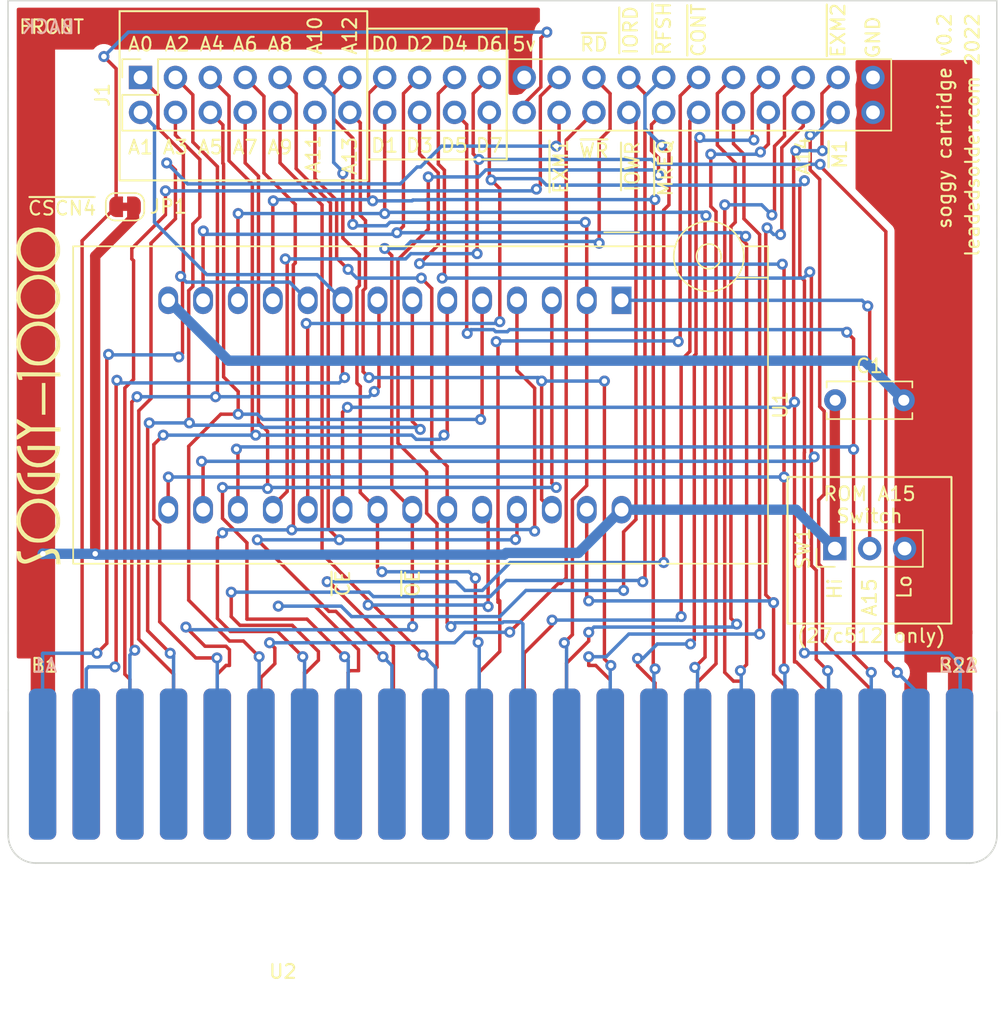
<source format=kicad_pcb>
(kicad_pcb (version 20221018) (generator pcbnew)
  (layers (0 "F.Cu" signal) (31 "B.Cu" signal) (34 "B.Paste" user) (35 "F.Paste" user) (36 "B.SilkS" user "B.Silkscreen") (37 "F.SilkS" user "F.Silkscreen") (38 "B.Mask" user) (39 "F.Mask" user) (44 "Edge.Cuts" user))
  (net 0 "")
  (net 1 "/5V")
  (net 2 "/GND")
  (net 3 "/~{CSCN4}")
  (net 4 "/A15")
  (net 5 "/D0")
  (net 6 "/D1")
  (net 7 "/D2")
  (net 8 "/D3")
  (net 9 "/D4")
  (net 10 "/D5")
  (net 11 "/D6")
  (net 12 "/D7")
  (net 13 "/~{RD}")
  (net 14 "/~{CSRAM}")
  (net 15 "/~{EXM1}")
  (net 16 "/~{WR}")
  (net 17 "/~{IORD}")
  (net 18 "/~{IOWR}")
  (net 19 "/~{RFSH}")
  (net 20 "/~{MREQ}")
  (net 21 "/~{CONT}")
  (net 22 "/~{RAS0}")
  (net 23 "/~{CAS0}")
  (net 24 "/CA7")
  (net 25 "/~{RAS1}")
  (net 26 "/~{CAS1}")
  (net 27 "/~{RCSEL}")
  (net 28 "/~{M1}")
  (net 29 "/A0")
  (net 30 "/A1")
  (net 31 "/A2")
  (net 32 "/A3")
  (net 33 "/A4")
  (net 34 "/A5")
  (net 35 "/A6")
  (net 36 "/A7")
  (net 37 "/A8")
  (net 38 "/A9")
  (net 39 "/A10")
  (net 40 "/A11")
  (net 41 "/A12")
  (net 42 "/A13")
  (net 43 "/A14")
  (net 44 "/~{EXM2}")
  (footprint "Connector_PinHeader_2.54mm:PinHeader_1x03_P2.54mm_Vertical" (layer "F.Cu") (at 177.434 112.395 90)
    (fp_text reference "SW1")
    (fp_text value "SW_SPDT")
  )
  (footprint "Socket:DIP_Socket-28_W11.9_W12.7_W15.24_W17.78_W18.5_3M_228-1277-00-0602J" (layer "F.Cu") (at 161.906 94.3265 -90)
    (fp_text reference "U1")
    (fp_text value "27C512")
  )
  (footprint "Jumper:SolderJumper-2_P1.3mm_Bridged_RoundedPad1.0x1.5mm" (layer "F.Cu") (at 125.745 87.518)
    (fp_text reference "JP1")
    (fp_text value "Jumper_2_Bridged")
  )
  (footprint "SoggyCartridge:CartridgeEdge" (layer "F.Cu") (at 120.138 122.586)
    (fp_text reference "U2")
    (fp_text value "SG-1000-Cart")
    (fp_line (start -2.9 10.7) (end -2.9 1.7) (stroke (width 0.12)) (layer "Edge.Cuts"))
    (fp_line (start -0.9 12.7) (end 66.9 12.7) (stroke (width 0.12)) (layer "Edge.Cuts"))
    (fp_line (start 67.1 12.7) (end 66.9 12.7) (stroke (width 0.12)) (layer "Edge.Cuts"))
    (fp_line (start 69.1 10.7) (end 69.1 1.7) (stroke (width 0.12)) (layer "Edge.Cuts"))
    (fp_arc (start -0.9 12.7) (mid -2.314214 12.114214) (end -2.9 10.7) (stroke (width 0.12)) (layer "Edge.Cuts"))
    (fp_arc (start 69.1 10.7) (mid 68.514214 12.114214) (end 67.1 12.7) (stroke (width 0.12)) (layer "Edge.Cuts"))
  )
  (footprint "Logos:Soggy" (layer "F.Cu") (at 119.38 101.346 90)
    (fp_text reference "G***" hide)
    (fp_text value "LOGO" hide)
  )
  (footprint "Capacitor_THT:C_Disc_D6.0mm_W2.5mm_P5.00mm" (layer "F.Cu") (at 177.459 101.6)
    (fp_text reference "C1")
    (fp_text value "0.1µF")
  )
  (footprint "Connector_PinSocket_2.54mm:PinSocket_2x22_P2.54mm_Vertical" (layer "F.Cu") (at 126.873 78.105 90)
    (fp_text reference "J1")
    (fp_text value "Proto Connector")
  )
  (gr_rect (start 143.383 74.549) (end 153.543 84.074) (stroke (width 0.15)) (fill none) (layer "F.SilkS"))
  (gr_rect (start 173.99 107.188) (end 185.928 117.856) (stroke (width 0.15)) (fill none) (layer "F.SilkS"))
  (gr_rect (start 125.349 73.279) (end 143.383 85.598) (stroke (width 0.15)) (fill none) (layer "F.SilkS"))
  (gr_line (start 189.238 122.686) (end 189.238 124.286) (stroke (width 0.1)) (layer "Edge.Cuts"))
  (gr_line (start 117.238 122.686) (end 117.238 124.286) (stroke (width 0.1)) (layer "Edge.Cuts"))
  (gr_line (start 117.238 122.686) (end 117.221 72.517) (stroke (width 0.1)) (layer "Edge.Cuts"))
  (gr_line (start 189.238 122.686) (end 189.23 72.517) (stroke (width 0.1)) (layer "Edge.Cuts"))
  (gr_line (start 117.221 72.517) (end 189.23 72.517) (stroke (width 0.1)) (layer "Edge.Cuts"))
  (gr_text "A22" (at 186.436 120.904) (layer "B.SilkS") (effects (font (size 1 1)) (justify mirror)))
  (gr_text "A1" (at 119.888 120.904) (layer "B.SilkS") (effects (font (size 1 1)) (justify mirror)))
  (gr_text "BACK" (at 120.142 74.422) (layer "B.SilkS") (effects (font (size 1 1)) (justify mirror)))
  (gr_text "~{RFSH}" (at 164.973 74.549 90) (layer "F.SilkS") (effects (font (size 1 1))))
  (gr_text "ROM A15\nSwitch" (at 179.959 109.22) (layer "F.SilkS") (effects (font (size 1 1))))
  (gr_text "A9" (at 137.033 83.185) (layer "F.SilkS") (effects (font (size 1 1))))
  (gr_text "D5" (at 149.733 83.058) (layer "F.SilkS") (effects (font (size 1 1))))
  (gr_text "~{CSCN4}" (at 121.158 87.63) (layer "F.SilkS") (effects (font (size 1 1))))
  (gr_text "(27c512 only)" (at 180.086 118.745) (layer "F.SilkS") (effects (font (size 1 1))))
  (gr_text "~{RD}" (at 159.893 75.692) (layer "F.SilkS") (effects (font (size 1 1))))
  (gr_text "A15" (at 179.959 115.951 90) (layer "F.SilkS") (effects (font (size 1 1))))
  (gr_text "FRONT" (at 120.396 74.422) (layer "F.SilkS") (effects (font (size 1 1))))
  (gr_text "B22" (at 186.436 120.904) (layer "F.SilkS") (effects (font (size 1 1))))
  (gr_text "A1" (at 126.873 83.185) (layer "F.SilkS") (effects (font (size 1 1))))
  (gr_text "A0" (at 126.873 75.692) (layer "F.SilkS") (effects (font (size 1 1))))
  (gr_text "D4" (at 149.733 75.692) (layer "F.SilkS") (effects (font (size 1 1))))
  (gr_text "D6" (at 152.273 75.692) (layer "F.SilkS") (effects (font (size 1 1))))
  (gr_text "A13" (at 142.113 83.82 90) (layer "F.SilkS") (effects (font (size 1 1))))
  (gr_text "A7" (at 134.493 83.185) (layer "F.SilkS") (effects (font (size 1 1))))
  (gr_text "D3" (at 147.193 83.058) (layer "F.SilkS") (effects (font (size 1 1))))
  (gr_text "~{CONT}" (at 167.513 74.676 90) (layer "F.SilkS") (effects (font (size 1 1))))
  (gr_text "GND" (at 180.213 75.184 90) (layer "F.SilkS") (effects (font (size 1 1))))
  (gr_text "~{EXM2}" (at 177.673 74.676 90) (layer "F.SilkS") (effects (font (size 1 1))))
  (gr_text "A11" (at 139.446 83.693 90) (layer "F.SilkS") (effects (font (size 1 1))))
  (gr_text "A14" (at 175.133 83.82 90) (layer "F.SilkS") (effects (font (size 1 1))))
  (gr_text "5v" (at 154.813 75.692) (layer "F.SilkS") (effects (font (size 1 1))))
  (gr_text "A2" (at 129.54 75.692) (layer "F.SilkS") (effects (font (size 1 1))))
  (gr_text "~{OE}" (at 146.685 114.935 90) (layer "F.SilkS") (effects (font (size 1 1))))
  (gr_text "A4" (at 132.08 75.692) (layer "F.SilkS") (effects (font (size 1 1))))
  (gr_text "A5" (at 131.953 83.185) (layer "F.SilkS") (effects (font (size 1 1))))
  (gr_text "soggy cartridge v0.2" (at 185.42 81.28 90) (layer "F.SilkS") (effects (font (size 1 1))))
  (gr_text "A10" (at 139.573 75.057 90) (layer "F.SilkS") (effects (font (size 1 1))))
  (gr_text "A6" (at 134.493 75.692) (layer "F.SilkS") (effects (font (size 1 1))))
  (gr_text "~{M1}" (at 177.8 83.693 90) (layer "F.SilkS") (effects (font (size 1 1))))
  (gr_text "~{IORD}" (at 162.56 74.676 90) (layer "F.SilkS") (effects (font (size 1 1))))
  (gr_text "D2" (at 147.193 75.692) (layer "F.SilkS") (effects (font (size 1 1))))
  (gr_text "A12" (at 142.113 75.057 90) (layer "F.SilkS") (effects (font (size 1 1))))
  (gr_text "Lo" (at 182.499 115.189 90) (layer "F.SilkS") (effects (font (size 1 1))))
  (gr_text "~{IOWR}" (at 162.687 84.582 90) (layer "F.SilkS") (effects (font (size 1 1))))
  (gr_text "A8" (at 137.033 75.692) (layer "F.SilkS") (effects (font (size 1 1))))
  (gr_text "A3" (at 129.413 83.185) (layer "F.SilkS") (effects (font (size 1 1))))
  (gr_text "D7" (at 152.273 83.058) (layer "F.SilkS") (effects (font (size 1 1))))
  (gr_text "~{MREQ}" (at 165.1 84.709 90) (layer "F.SilkS") (effects (font (size 1 1))))
  (gr_text "Hi" (at 177.419 115.316 90) (layer "F.SilkS") (effects (font (size 1 1))))
  (gr_text "B1" (at 119.888 120.904) (layer "F.SilkS") (effects (font (size 1 1))))
  (gr_text "~{EXM1}" (at 157.48 84.582 90) (layer "F.SilkS") (effects (font (size 1 1))))
  (gr_text "D1" (at 144.653 83.058) (layer "F.SilkS") (effects (font (size 1 1))))
  (gr_text "leadedsolder.com 2022" (at 187.452 82.296 90) (layer "F.SilkS") (effects (font (size 1 1))))
  (gr_text "~{CE}" (at 141.605 114.935 90) (layer "F.SilkS") (effects (font (size 1 1))))
  (gr_text "D0" (at 144.653 75.692) (layer "F.SilkS") (effects (font (size 1 1))))
  (gr_text "~{WR}" (at 159.893 83.439) (layer "F.SilkS") (effects (font (size 1 1))))
  (segment (start 126.395 87.518) (end 126.395 88.280494) (width 0.75) (layer "F.Cu") (net 1))
  (segment (start 177.434 112.395) (end 177.434 101.625) (width 0.75) (layer "F.Cu") (net 1))
  (segment (start 123.571 91.104494) (end 123.571 112.776) (width 0.75) (layer "F.Cu") (net 1))
  (segment (start 126.395 88.280494) (end 123.571 91.104494) (width 0.75) (layer "F.Cu") (net 1))
  (segment (start 177.434 101.625) (end 177.459 101.6) (width 0.75) (layer "F.Cu") (net 1))
  (via (at 119.761 112.776) (size 0.8) (drill 0.4) (layers "F.Cu" "B.Cu") (net 1))
  (via (at 123.571 112.776) (size 0.8) (drill 0.4) (layers "F.Cu" "B.Cu") (net 1))
  (segment (start 153.380252 112.83849) (end 123.63349 112.83849) (width 0.75) (layer "B.Cu") (net 1))
  (segment (start 153.507252 112.71149) (end 153.380252 112.83849) (width 0.75) (layer "B.Cu") (net 1))
  (segment (start 158.761011 112.711489) (end 153.507252 112.71149) (width 0.75) (layer "B.Cu") (net 1))
  (segment (start 161.906 109.5665) (end 174.6055 109.5665) (width 0.75) (layer "B.Cu") (net 1))
  (segment (start 161.906 109.5665) (end 158.761011 112.711489) (width 0.75) (layer "B.Cu") (net 1))
  (segment (start 174.6055 109.5665) (end 177.434 112.395) (width 0.75) (layer "B.Cu") (net 1))
  (segment (start 123.571 112.776) (end 119.761 112.776) (width 0.75) (layer "B.Cu") (net 1))
  (segment (start 123.63349 112.83849) (end 123.571 112.776) (width 0.75) (layer "B.Cu") (net 1))
  (segment (start 182.514 114.92) (end 182.514 112.395) (width 0.75) (layer "F.Cu") (net 2))
  (segment (start 183.338 115.774) (end 182.499 114.935) (width 0.75) (layer "F.Cu") (net 2))
  (segment (start 183.338 128.086) (end 183.338 115.774) (width 0.75) (layer "F.Cu") (net 2))
  (segment (start 182.514 112.395) (end 182.514 101.655) (width 0.75) (layer "F.Cu") (net 2))
  (segment (start 182.514 101.655) (end 182.459 101.6) (width 0.75) (layer "F.Cu") (net 2))
  (segment (start 182.499 114.935) (end 182.514 114.92) (width 0.75) (layer "F.Cu") (net 2))
  (segment (start 133.279999 98.720499) (end 179.579499 98.720499) (width 0.75) (layer "B.Cu") (net 2))
  (segment (start 179.579499 98.720499) (end 182.459 101.6) (width 0.75) (layer "B.Cu") (net 2))
  (segment (start 128.886 94.3265) (end 133.279999 98.720499) (width 0.75) (layer "B.Cu") (net 2))
  (segment (start 154.813 80.009296) (end 154.813 80.645) (width 0.25) (layer "F.Cu") (net 3))
  (segment (start 125.095 77.47) (end 124.206 76.581) (width 0.25) (layer "F.Cu") (net 3))
  (segment (start 122.617489 127.785489) (end 122.918 128.086) (width 0.25) (layer "F.Cu") (net 3))
  (segment (start 122.617489 89.995511) (end 122.617489 127.785489) (width 0.25) (layer "F.Cu") (net 3))
  (segment (start 156.023807 75.243193) (end 156.023807 78.798489) (width 0.25) (layer "F.Cu") (net 3))
  (segment (start 125.095 87.518) (end 125.095 77.47) (width 0.25) (layer "F.Cu") (net 3))
  (segment (start 125.095 87.518) (end 122.617489 89.995511) (width 0.25) (layer "F.Cu") (net 3))
  (segment (start 156.464 74.803) (end 156.023807 75.243193) (width 0.25) (layer "F.Cu") (net 3))
  (segment (start 156.023807 78.798489) (end 154.813 80.009296) (width 0.25) (layer "F.Cu") (net 3))
  (via (at 124.206 76.581) (size 0.8) (drill 0.4) (layers "F.Cu" "B.Cu") (net 3))
  (via (at 156.464 74.803) (size 0.8) (drill 0.4) (layers "F.Cu" "B.Cu") (net 3))
  (segment (start 125.984 74.803) (end 156.464 74.803) (width 0.25) (layer "B.Cu") (net 3))
  (segment (start 124.206 76.581) (end 125.984 74.803) (width 0.25) (layer "B.Cu") (net 3))
  (segment (start 179.832 94.742) (end 179.974 94.884) (width 0.25) (layer "F.Cu") (net 4))
  (segment (start 179.974 94.884) (end 179.974 112.395) (width 0.25) (layer "F.Cu") (net 4))
  (via (at 179.832 94.742) (size 0.8) (drill 0.4) (layers "F.Cu" "B.Cu") (net 4))
  (segment (start 161.906 94.3265) (end 179.4165 94.3265) (width 0.25) (layer "B.Cu") (net 4))
  (segment (start 179.4165 94.3265) (end 179.832 94.742) (width 0.25) (layer "B.Cu") (net 4))
  (segment (start 136.506 94.3265) (end 136.506 87.118586) (width 0.25) (layer "F.Cu") (net 5))
  (segment (start 164.332011 86.995) (end 164.211 87.116011) (width 0.25) (layer "F.Cu") (net 5))
  (segment (start 136.506 87.118586) (end 136.540086 87.0845) (width 0.25) (layer "F.Cu") (net 5))
  (segment (start 144.653 78.105) (end 143.478489 79.279511) (width 0.25) (layer "F.Cu") (net 5))
  (segment (start 143.478489 86.782759) (end 143.78023 87.0845) (width 0.25) (layer "F.Cu") (net 5))
  (segment (start 143.478489 79.279511) (end 143.478489 86.782759) (width 0.25) (layer "F.Cu") (net 5))
  (segment (start 164.211 121.022402) (end 164.342299 121.153701) (width 0.25) (layer "F.Cu") (net 5))
  (segment (start 164.211 87.116011) (end 164.211 121.022402) (width 0.25) (layer "F.Cu") (net 5))
  (via (at 143.78023 87.0845) (size 0.8) (drill 0.4) (layers "F.Cu" "B.Cu") (net 5))
  (via (at 164.342299 121.153701) (size 0.8) (drill 0.4) (layers "F.Cu" "B.Cu") (net 5))
  (via (at 164.332011 86.995) (size 0.8) (drill 0.4) (layers "F.Cu" "B.Cu") (net 5))
  (via (at 136.540086 87.0845) (size 0.8) (drill 0.4) (layers "F.Cu" "B.Cu") (net 5))
  (segment (start 146.706708 87.026012) (end 147.679293 87.026011) (width 0.25) (layer "B.Cu") (net 5))
  (segment (start 147.679293 87.026011) (end 147.710304 86.995) (width 0.25) (layer "B.Cu") (net 5))
  (segment (start 143.69073 86.995) (end 143.78023 87.0845) (width 0.25) (layer "B.Cu") (net 5))
  (segment (start 143.78023 87.0845) (end 146.64822 87.0845) (width 0.25) (layer "B.Cu") (net 5))
  (segment (start 164.258 121.238) (end 164.342299 121.153701) (width 0.25) (layer "B.Cu") (net 5))
  (segment (start 147.710304 86.995) (end 164.332011 86.995) (width 0.25) (layer "B.Cu") (net 5))
  (segment (start 136.540086 87.0845) (end 136.629586 86.995) (width 0.25) (layer "B.Cu") (net 5))
  (segment (start 136.629586 86.995) (end 143.69073 86.995) (width 0.25) (layer "B.Cu") (net 5))
  (segment (start 146.64822 87.0845) (end 146.706708 87.026012) (width 0.25) (layer "B.Cu") (net 5))
  (segment (start 164.258 128.086) (end 164.258 121.238) (width 0.25) (layer "B.Cu") (net 5))
  (segment (start 133.985 88.011) (end 133.966 88.03) (width 0.25) (layer "F.Cu") (net 6))
  (segment (start 167.238742 121.04266) (end 167.983501 120.297901) (width 0.25) (layer "F.Cu") (net 6))
  (segment (start 133.966 88.03) (end 133.966 94.3265) (width 0.25) (layer "F.Cu") (net 6))
  (segment (start 144.653 88.011) (end 144.653 80.645) (width 0.25) (layer "F.Cu") (net 6))
  (segment (start 167.983501 88.238112) (end 168.052011 88.169602) (width 0.25) (layer "F.Cu") (net 6))
  (segment (start 167.983501 120.297901) (end 167.983501 88.238112) (width 0.25) (layer "F.Cu") (net 6))
  (via (at 133.985 88.011) (size 0.8) (drill 0.4) (layers "F.Cu" "B.Cu") (net 6))
  (via (at 168.052011 88.169602) (size 0.8) (drill 0.4) (layers "F.Cu" "B.Cu") (net 6))
  (via (at 167.238742 121.04266) (size 0.8) (drill 0.4) (layers "F.Cu" "B.Cu") (net 6))
  (via (at 144.653 88.011) (size 0.8) (drill 0.4) (layers "F.Cu" "B.Cu") (net 6))
  (segment (start 167.803908 87.921499) (end 168.052011 88.169602) (width 0.25) (layer "B.Cu") (net 6))
  (segment (start 167.438 121.241918) (end 167.238742 121.04266) (width 0.25) (layer "B.Cu") (net 6))
  (segment (start 144.653 88.011) (end 133.985 88.011) (width 0.25) (layer "B.Cu") (net 6))
  (segment (start 144.742501 87.921499) (end 167.803908 87.921499) (width 0.25) (layer "B.Cu") (net 6))
  (segment (start 144.653 88.011) (end 144.742501 87.921499) (width 0.25) (layer "B.Cu") (net 6))
  (segment (start 167.438 128.086) (end 167.438 121.241918) (width 0.25) (layer "B.Cu") (net 6))
  (segment (start 146.018489 88.931511) (end 146.018489 79.279511) (width 0.25) (layer "F.Cu") (net 7))
  (segment (start 131.445 89.281) (end 131.426 89.3) (width 0.25) (layer "F.Cu") (net 7))
  (segment (start 170.942 89.662) (end 170.59201 89.820714) (width 0.25) (layer "F.Cu") (net 7))
  (segment (start 131.426 89.3) (end 131.426 94.3265) (width 0.25) (layer "F.Cu") (net 7))
  (segment (start 145.542 89.408) (end 146.018489 88.931511) (width 0.25) (layer "F.Cu") (net 7))
  (segment (start 171.011498 120.834502) (end 170.561 121.285) (width 0.25) (layer "F.Cu") (net 7))
  (segment (start 146.018489 79.279511) (end 147.193 78.105) (width 0.25) (layer "F.Cu") (net 7))
  (segment (start 171.011498 90.240202) (end 171.011498 120.834502) (width 0.25) (layer "F.Cu") (net 7))
  (segment (start 170.59201 89.820714) (end 171.011498 90.240202) (width 0.25) (layer "F.Cu") (net 7))
  (via (at 131.445 89.281) (size 0.8) (drill 0.4) (layers "F.Cu" "B.Cu") (net 7))
  (via (at 170.561 121.285) (size 0.8) (drill 0.4) (layers "F.Cu" "B.Cu") (net 7))
  (via (at 145.542 89.408) (size 0.8) (drill 0.4) (layers "F.Cu" "B.Cu") (net 7))
  (via (at 170.942 89.662) (size 0.8) (drill 0.4) (layers "F.Cu" "B.Cu") (net 7))
  (segment (start 170.588562 89.408) (end 145.542 89.408) (width 0.25) (layer "B.Cu") (net 7))
  (segment (start 145.429295 89.520705) (end 131.684705 89.520705) (width 0.25) (layer "B.Cu") (net 7))
  (segment (start 145.542 89.408) (end 145.429295 89.520705) (width 0.25) (layer "B.Cu") (net 7))
  (segment (start 170.618 121.342) (end 170.561 121.285) (width 0.25) (layer "B.Cu") (net 7))
  (segment (start 170.618 128.086) (end 170.618 121.342) (width 0.25) (layer "B.Cu") (net 7))
  (segment (start 131.684705 89.520705) (end 131.445 89.281) (width 0.25) (layer "B.Cu") (net 7))
  (segment (start 170.942 89.662) (end 170.588562 89.408) (width 0.25) (layer "B.Cu") (net 7))
  (segment (start 147.193 83.6844) (end 148.552501 85.043901) (width 0.25) (layer "F.Cu") (net 8))
  (segment (start 148.552501 90.296999) (end 147.193 91.6565) (width 0.25) (layer "F.Cu") (net 8))
  (segment (start 128.886 107.207) (end 128.905 107.188) (width 0.25) (layer "F.Cu") (net 8))
  (segment (start 173.736 121.158) (end 173.736 91.821) (width 0.25) (layer "F.Cu") (net 8))
  (segment (start 148.552501 85.043901) (end 148.552501 90.296999) (width 0.25) (layer "F.Cu") (net 8))
  (segment (start 147.193 80.645) (end 147.193 83.6844) (width 0.25) (layer "F.Cu") (net 8))
  (segment (start 128.886 109.5665) (end 128.886 107.207) (width 0.25) (layer "F.Cu") (net 8))
  (segment (start 173.736 91.821) (end 173.609 91.694) (width 0.25) (layer "F.Cu") (net 8))
  (via (at 147.193 91.6565) (size 0.8) (drill 0.4) (layers "F.Cu" "B.Cu") (net 8))
  (via (at 173.736 121.158) (size 0.8) (drill 0.4) (layers "F.Cu" "B.Cu") (net 8))
  (via (at 128.905 107.188) (size 0.8) (drill 0.4) (layers "F.Cu" "B.Cu") (net 8))
  (via (at 173.736 107.188) (size 0.8) (drill 0.4) (layers "F.Cu" "B.Cu") (net 8))
  (via (at 173.609 91.694) (size 0.8) (drill 0.4) (layers "F.Cu" "B.Cu") (net 8))
  (segment (start 128.905 107.188) (end 173.736 107.188) (width 0.25) (layer "B.Cu") (net 8))
  (segment (start 173.798 121.22) (end 173.736 121.158) (width 0.25) (layer "B.Cu") (net 8))
  (segment (start 147.2305 91.694) (end 147.193 91.6565) (width 0.25) (layer "B.Cu") (net 8))
  (segment (start 173.798 128.086) (end 173.798 121.22) (width 0.25) (layer "B.Cu") (net 8))
  (segment (start 173.609 91.694) (end 147.2305 91.694) (width 0.25) (layer "B.Cu") (net 8))
  (segment (start 176.911 121.285) (end 176.080489 120.454489) (width 0.25) (layer "F.Cu") (net 9))
  (segment (start 176.080489 113.978193) (end 175.726247 113.623951) (width 0.25) (layer "F.Cu") (net 9))
  (segment (start 148.558489 79.279511) (end 149.733 78.105) (width 0.25) (layer "F.Cu") (net 9))
  (segment (start 175.726247 92.374142) (end 175.609989 92.257884) (width 0.25) (layer "F.Cu") (net 9))
  (segment (start 175.726247 113.623951) (end 175.726247 92.374142) (width 0.25) (layer "F.Cu") (net 9))
  (segment (start 131.426 109.5665) (end 131.426 106.153) (width 0.25) (layer "F.Cu") (net 9))
  (segment (start 176.080489 120.454489) (end 176.080489 113.978193) (width 0.25) (layer "F.Cu") (net 9))
  (segment (start 148.844 92.71) (end 149.002011 92.551989) (width 0.25) (layer "F.Cu") (net 9))
  (segment (start 149.002011 84.857707) (end 148.558489 84.414185) (width 0.25) (layer "F.Cu") (net 9))
  (segment (start 131.426 106.153) (end 131.318 106.045) (width 0.25) (layer "F.Cu") (net 9))
  (segment (start 149.002011 92.551989) (end 149.002011 84.857707) (width 0.25) (layer "F.Cu") (net 9))
  (segment (start 148.558489 84.414185) (end 148.558489 79.279511) (width 0.25) (layer "F.Cu") (net 9))
  (via (at 175.9325 105.72146) (size 0.8) (drill 0.4) (layers "F.Cu" "B.Cu") (net 9))
  (via (at 148.844 92.71) (size 0.8) (drill 0.4) (layers "F.Cu" "B.Cu") (net 9))
  (via (at 131.318 106.045) (size 0.8) (drill 0.4) (layers "F.Cu" "B.Cu") (net 9))
  (via (at 175.609989 92.257884) (size 0.8) (drill 0.4) (layers "F.Cu" "B.Cu") (net 9))
  (via (at 176.911 121.285) (size 0.8) (drill 0.4) (layers "F.Cu" "B.Cu") (net 9))
  (segment (start 175.157873 92.71) (end 175.609989 92.257884) (width 0.25) (layer "B.Cu") (net 9))
  (segment (start 176.978 121.352) (end 176.911 121.285) (width 0.25) (layer "B.Cu") (net 9))
  (segment (start 176.978 128.086) (end 176.978 121.352) (width 0.25) (layer "B.Cu") (net 9))
  (segment (start 175.60896 106.045) (end 175.9325 105.72146) (width 0.25) (layer "B.Cu") (net 9))
  (segment (start 148.844 92.71) (end 175.157873 92.71) (width 0.25) (layer "B.Cu") (net 9))
  (segment (start 131.318 106.045) (end 175.60896 106.045) (width 0.25) (layer "B.Cu") (net 9))
  (segment (start 178.799489 120.125489) (end 178.799489 97.138489) (width 0.25) (layer "F.Cu") (net 10))
  (segment (start 150.626299 96.699975) (end 150.662824 96.7365) (width 0.25) (layer "F.Cu") (net 10))
  (segment (start 150.626299 81.538299) (end 150.626299 96.699975) (width 0.25) (layer "F.Cu") (net 10))
  (segment (start 178.799489 97.138489) (end 178.308 96.647) (width 0.25) (layer "F.Cu") (net 10))
  (segment (start 133.966 105.264) (end 133.858 105.156) (width 0.25) (layer "F.Cu") (net 10))
  (segment (start 180.086 121.412) (end 178.799489 120.125489) (width 0.25) (layer "F.Cu") (net 10))
  (segment (start 133.966 109.5665) (end 133.966 105.264) (width 0.25) (layer "F.Cu") (net 10))
  (segment (start 149.733 80.645) (end 150.626299 81.538299) (width 0.25) (layer "F.Cu") (net 10))
  (via (at 150.662824 96.7365) (size 0.8) (drill 0.4) (layers "F.Cu" "B.Cu") (net 10))
  (via (at 180.086 121.412) (size 0.8) (drill 0.4) (layers "F.Cu" "B.Cu") (net 10))
  (via (at 178.799489 105.172511) (size 0.8) (drill 0.4) (layers "F.Cu" "B.Cu") (net 10))
  (via (at 178.308 96.647) (size 0.8) (drill 0.4) (layers "F.Cu" "B.Cu") (net 10))
  (via (at 133.858 105.156) (size 0.8) (drill 0.4) (layers "F.Cu" "B.Cu") (net 10))
  (segment (start 178.308 96.647) (end 178.122511 96.461511) (width 0.25) (layer "B.Cu") (net 10))
  (segment (start 178.122511 96.461511) (end 153.737089 96.461511) (width 0.25) (layer "B.Cu") (net 10))
  (segment (start 180.086 128.014) (end 180.086 121.412) (width 0.25) (layer "B.Cu") (net 10))
  (segment (start 153.589099 96.609501) (end 152.734901 96.609501) (width 0.25) (layer "B.Cu") (net 10))
  (segment (start 133.858 105.156) (end 134.017041 104.996959) (width 0.25) (layer "B.Cu") (net 10))
  (segment (start 152.586911 96.461511) (end 150.937813 96.461511) (width 0.25) (layer "B.Cu") (net 10))
  (segment (start 150.937813 96.461511) (end 150.662824 96.7365) (width 0.25) (layer "B.Cu") (net 10))
  (segment (start 180.158 128.086) (end 180.086 128.014) (width 0.25) (layer "B.Cu") (net 10))
  (segment (start 178.623937 104.996959) (end 178.799489 105.172511) (width 0.25) (layer "B.Cu") (net 10))
  (segment (start 153.737089 96.461511) (end 153.589099 96.609501) (width 0.25) (layer "B.Cu") (net 10))
  (segment (start 152.734901 96.609501) (end 152.586911 96.461511) (width 0.25) (layer "B.Cu") (net 10))
  (segment (start 134.017041 104.996959) (end 178.623937 104.996959) (width 0.25) (layer "B.Cu") (net 10))
  (segment (start 136.506 109.5665) (end 136.506 109.2865) (width 0.25) (layer "F.Cu") (net 11))
  (segment (start 151.384 84.201) (end 151.511 84.074) (width 0.25) (layer "F.Cu") (net 11))
  (segment (start 176.365683 84.545387) (end 176.365683 84.424904) (width 0.25) (layer "F.Cu") (net 11))
  (segment (start 136.506 109.2865) (end 137.55052 108.24198) (width 0.25) (layer "F.Cu") (net 11))
  (segment (start 151.098489 79.279511) (end 152.273 78.105) (width 0.25) (layer "F.Cu") (net 11))
  (segment (start 181.148511 120.569511) (end 181.148511 89.328215) (width 0.25) (layer "F.Cu") (net 11))
  (segment (start 151.384 90.932) (end 151.384 84.201) (width 0.25) (layer "F.Cu") (net 11))
  (segment (start 151.098489 83.661489) (end 151.098489 79.279511) (width 0.25) (layer "F.Cu") (net 11))
  (segment (start 151.511 84.074) (end 151.098489 83.661489) (width 0.25) (layer "F.Cu") (net 11))
  (segment (start 137.55052 108.24198) (end 137.55052 91.44952) (width 0.25) (layer "F.Cu") (net 11))
  (segment (start 181.991 121.412) (end 181.148511 120.569511) (width 0.25) (layer "F.Cu") (net 11))
  (segment (start 137.55052 91.44952) (end 137.414 91.313) (width 0.25) (layer "F.Cu") (net 11))
  (segment (start 181.148511 89.328215) (end 176.365683 84.545387) (width 0.25) (layer "F.Cu") (net 11))
  (via (at 137.414 91.313) (size 0.8) (drill 0.4) (layers "F.Cu" "B.Cu") (net 11))
  (via (at 176.365683 84.424904) (size 0.8) (drill 0.4) (layers "F.Cu" "B.Cu") (net 11))
  (via (at 181.991 121.412) (size 0.8) (drill 0.4) (layers "F.Cu" "B.Cu") (net 11))
  (via (at 151.384 90.932) (size 0.8) (drill 0.4) (layers "F.Cu" "B.Cu") (net 11))
  (via (at 151.511 84.074) (size 0.8) (drill 0.4) (layers "F.Cu" "B.Cu") (net 11))
  (segment (start 164.435608 84.424904) (end 176.365683 84.424904) (width 0.25) (layer "B.Cu") (net 11))
  (segment (start 183.338 122.759) (end 181.991 121.412) (width 0.25) (layer "B.Cu") (net 11))
  (segment (start 137.414 91.313) (end 146.177 91.313) (width 0.25) (layer "B.Cu") (net 11))
  (segment (start 151.511 84.074) (end 164.084704 84.074) (width 0.25) (layer "B.Cu") (net 11))
  (segment (start 164.084704 84.074) (end 164.435608 84.424904) (width 0.25) (layer "B.Cu") (net 11))
  (segment (start 146.558 90.932) (end 151.384 90.932) (width 0.25) (layer "B.Cu") (net 11))
  (segment (start 183.338 128.086) (end 183.338 122.759) (width 0.25) (layer "B.Cu") (net 11))
  (segment (start 146.177 91.313) (end 146.558 90.932) (width 0.25) (layer "B.Cu") (net 11))
  (segment (start 152.273 85.429201) (end 152.404299 85.5605) (width 0.25) (layer "F.Cu") (net 12))
  (segment (start 175.207999 105.421361) (end 175.2225 105.40686) (width 0.25) (layer "F.Cu") (net 12))
  (segment (start 153.035 95.885) (end 153.035 86.191201) (width 0.25) (layer "F.Cu") (net 12))
  (segment (start 139.046 96.12) (end 138.938 96.012) (width 0.25) (layer "F.Cu") (net 12))
  (segment (start 175.207999 119.977295) (end 175.207999 105.421361) (width 0.25) (layer "F.Cu") (net 12))
  (segment (start 153.035 86.191201) (end 152.404299 85.5605) (width 0.25) (layer "F.Cu") (net 12))
  (segment (start 174.885488 92.557983) (end 174.885488 85.955015) (width 0.25) (layer "F.Cu") (net 12))
  (segment (start 152.273 80.645) (end 152.273 85.429201) (width 0.25) (layer "F.Cu") (net 12))
  (segment (start 175.2225 119.991796) (end 175.207999 119.977295) (width 0.25) (layer "F.Cu") (net 12))
  (segment (start 174.885488 85.955015) (end 175.2225 85.618003) (width 0.25) (layer "F.Cu") (net 12))
  (segment (start 175.2225 105.40686) (end 175.2225 92.894995) (width 0.25) (layer "F.Cu") (net 12))
  (segment (start 175.2225 92.894995) (end 174.885488 92.557983) (width 0.25) (layer "F.Cu") (net 12))
  (segment (start 139.046 109.5665) (end 139.046 96.12) (width 0.25) (layer "F.Cu") (net 12))
  (via (at 175.2225 85.618003) (size 0.8) (drill 0.4) (layers "F.Cu" "B.Cu") (net 12))
  (via (at 175.2225 119.991796) (size 0.8) (drill 0.4) (layers "F.Cu" "B.Cu") (net 12))
  (via (at 138.938 96.012) (size 0.8) (drill 0.4) (layers "F.Cu" "B.Cu") (net 12))
  (via (at 153.035 95.885) (size 0.8) (drill 0.4) (layers "F.Cu" "B.Cu") (net 12))
  (via (at 152.404299 85.5605) (size 0.8) (drill 0.4) (layers "F.Cu" "B.Cu") (net 12))
  (segment (start 186.563 120.777) (end 185.777796 119.991796) (width 0.25) (layer "B.Cu") (net 12))
  (segment (start 174.899002 85.941501) (end 156.435101 85.941501) (width 0.25) (layer "B.Cu") (net 12))
  (segment (start 138.938 96.012) (end 152.908 96.012) (width 0.25) (layer "B.Cu") (net 12))
  (segment (start 155.9646 85.471) (end 152.493799 85.471) (width 0.25) (layer "B.Cu") (net 12))
  (segment (start 156.435101 85.941501) (end 155.9646 85.471) (width 0.25) (layer "B.Cu") (net 12))
  (segment (start 152.493799 85.471) (end 152.404299 85.5605) (width 0.25) (layer "B.Cu") (net 12))
  (segment (start 185.777796 119.991796) (end 175.2225 119.991796) (width 0.25) (layer "B.Cu") (net 12))
  (segment (start 152.908 96.012) (end 153.035 95.885) (width 0.25) (layer "B.Cu") (net 12))
  (segment (start 186.563 128.041) (end 186.563 120.777) (width 0.25) (layer "B.Cu") (net 12))
  (segment (start 186.518 128.086) (end 186.563 128.041) (width 0.25) (layer "B.Cu") (net 12))
  (segment (start 175.2225 85.618003) (end 174.899002 85.941501) (width 0.25) (layer "B.Cu") (net 12))
  (segment (start 160.274 82.68701) (end 161.067511 81.893499) (width 0.25) (layer "F.Cu") (net 13))
  (segment (start 160.274 90.17) (end 160.274 82.68701) (width 0.25) (layer "F.Cu") (net 13))
  (segment (start 131.572 119.507) (end 130.175 118.11) (width 0.25) (layer "F.Cu") (net 13))
  (segment (start 146.666 109.5665) (end 146.666 118.0535) (width 0.25) (layer "F.Cu") (net 13))
  (segment (start 133.096 120.904) (end 133.35 120.904) (width 0.25) (layer "F.Cu") (net 13))
  (segment (start 146.666 118.0535) (end 146.685 118.0725) (width 0.25) (layer "F.Cu") (net 13))
  (segment (start 161.067511 79.279511) (end 159.893 78.105) (width 0.25) (layer "F.Cu") (net 13))
  (segment (start 145.17052 91.06852) (end 144.653 90.551) (width 0.25) (layer "F.Cu") (net 13))
  (segment (start 146.666 109.5665) (end 145.17052 108.07102) (width 0.25) (layer "F.Cu") (net 13))
  (segment (start 132.458 121.542) (end 133.096 120.904) (width 0.25) (layer "F.Cu") (net 13))
  (segment (start 161.067511 81.893499) (end 161.067511 79.279511) (width 0.25) (layer "F.Cu") (net 13))
  (segment (start 145.17052 108.07102) (end 145.17052 91.06852) (width 0.25) (layer "F.Cu") (net 13))
  (segment (start 131.572 119.507) (end 133.096 119.507) (width 0.25) (layer "F.Cu") (net 13))
  (segment (start 133.35 119.761) (end 133.096 119.507) (width 0.25) (layer "F.Cu") (net 13))
  (segment (start 133.35 120.904) (end 133.35 119.761) (width 0.25) (layer "F.Cu") (net 13))
  (segment (start 132.458 128.086) (end 132.458 121.542) (width 0.25) (layer "F.Cu") (net 13))
  (via (at 144.653 90.551) (size 0.8) (drill 0.4) (layers "F.Cu" "B.Cu") (net 13))
  (via (at 146.685 118.0725) (size 0.8) (drill 0.4) (layers "F.Cu" "B.Cu") (net 13))
  (via (at 160.274 90.17) (size 0.8) (drill 0.4) (layers "F.Cu" "B.Cu") (net 13))
  (via (at 130.175 118.11) (size 0.8) (drill 0.4) (layers "F.Cu" "B.Cu") (net 13))
  (segment (start 146.451989 118.305511) (end 146.685 118.0725) (width 0.25) (layer "B.Cu") (net 13))
  (segment (start 160.147 90.043) (end 160.274 90.17) (width 0.25) (layer "B.Cu") (net 13))
  (segment (start 146.05 90.551) (end 146.558 90.043) (width 0.25) (layer "B.Cu") (net 13))
  (segment (start 146.558 90.043) (end 160.147 90.043) (width 0.25) (layer "B.Cu") (net 13))
  (segment (start 144.653 90.551) (end 146.05 90.551) (width 0.25) (layer "B.Cu") (net 13))
  (segment (start 130.370511 118.305511) (end 146.451989 118.305511) (width 0.25) (layer "B.Cu") (net 13))
  (segment (start 130.175 118.11) (end 130.370511 118.305511) (width 0.25) (layer "B.Cu") (net 13))
  (segment (start 155.702 86.233) (end 155.987511 85.947489) (width 0.25) (layer "F.Cu") (net 14))
  (segment (start 126.365 100.076) (end 126.365 91.44) (width 0.25) (layer "F.Cu") (net 14))
  (segment (start 155.987511 85.947489) (end 155.987511 79.470489) (width 0.25) (layer "F.Cu") (net 14))
  (segment (start 125.73 121.539) (end 125.73 100.711) (width 0.25) (layer "F.Cu") (net 14))
  (segment (start 126.098 128.086) (end 126.098 121.907) (width 0.25) (layer "F.Cu") (net 14))
  (segment (start 128.6885 88.1005) (end 128.6885 86.36) (width 0.25) (layer "F.Cu") (net 14))
  (segment (start 155.987511 79.470489) (end 157.353 78.105) (width 0.25) (layer "F.Cu") (net 14))
  (segment (start 126.238 90.551) (end 128.6885 88.1005) (width 0.25) (layer "F.Cu") (net 14))
  (segment (start 126.238 91.313) (end 126.238 90.551) (width 0.25) (layer "F.Cu") (net 14))
  (segment (start 125.73 100.711) (end 126.365 100.076) (width 0.25) (layer "F.Cu") (net 14))
  (segment (start 126.098 121.907) (end 125.73 121.539) (width 0.25) (layer "F.Cu") (net 14))
  (segment (start 126.365 91.44) (end 126.238 91.313) (width 0.25) (layer "F.Cu") (net 14))
  (via (at 128.6885 86.36) (size 0.8) (drill 0.4) (layers "F.Cu" "B.Cu") (net 14))
  (via (at 155.702 86.233) (size 0.8) (drill 0.4) (layers "F.Cu" "B.Cu") (net 14))
  (segment (start 155.702 86.233) (end 155.575 86.36) (width 0.25) (layer "B.Cu") (net 14))
  (segment (start 155.575 86.36) (end 128.6885 86.36) (width 0.25) (layer "B.Cu") (net 14))
  (segment (start 129.413 88.392) (end 129.413 84.836) (width 0.25) (layer "F.Cu") (net 15))
  (segment (start 126.746 118.999) (end 126.746 102.362) (width 0.25) (layer "F.Cu") (net 15))
  (segment (start 127.635 90.17) (end 129.413 88.392) (width 0.25) (layer "F.Cu") (net 15))
  (segment (start 157.353 80.645) (end 157.353 82.896901) (width 0.25) (layer "F.Cu") (net 15))
  (segment (start 129.278 128.086) (end 129.278 121.531) (width 0.25) (layer "F.Cu") (net 15))
  (segment (start 129.278 121.531) (end 126.746 118.999) (width 0.25) (layer "F.Cu") (net 15))
  (segment (start 128.905 84.328) (end 128.778 84.328) (width 0.25) (layer "F.Cu") (net 15))
  (segment (start 127.635 101.473) (end 127.635 90.17) (width 0.25) (layer "F.Cu") (net 15))
  (segment (start 157.353 82.896901) (end 157.14602 83.103881) (width 0.25) (layer "F.Cu") (net 15))
  (segment (start 126.746 102.362) (end 127.635 101.473) (width 0.25) (layer "F.Cu") (net 15))
  (segment (start 129.413 84.836) (end 128.905 84.328) (width 0.25) (layer "F.Cu") (net 15))
  (via (at 128.778 84.328) (size 0.8) (drill 0.4) (layers "F.Cu" "B.Cu") (net 15))
  (via (at 157.14602 83.103881) (size 0.8) (drill 0.4) (layers "F.Cu" "B.Cu") (net 15))
  (segment (start 147.273901 84.619499) (end 148.789519 83.103881) (width 0.25) (layer "B.Cu") (net 15))
  (segment (start 130.302 85.852) (end 145.7874 85.852) (width 0.25) (layer "B.Cu") (net 15))
  (segment (start 145.7874 85.852) (end 147.019901 84.619499) (width 0.25) (layer "B.Cu") (net 15))
  (segment (start 147.019901 84.619499) (end 147.273901 84.619499) (width 0.25) (layer "B.Cu") (net 15))
  (segment (start 128.778 84.328) (end 130.302 85.852) (width 0.25) (layer "B.Cu") (net 15))
  (segment (start 148.789519 83.103881) (end 157.14602 83.103881) (width 0.25) (layer "B.Cu") (net 15))
  (segment (start 157.87052 82.66748) (end 157.87052 114.54448) (width 0.25) (layer "F.Cu") (net 16))
  (segment (start 157.300414 114.935) (end 153.7595 118.475914) (width 0.25) (layer "F.Cu") (net 16))
  (segment (start 136.652 119.634) (end 136.271 119.253) (width 0.25) (layer "F.Cu") (net 16))
  (segment (start 135.638 121.791) (end 136.652 120.777) (width 0.25) (layer "F.Cu") (net 16))
  (segment (start 159.893 80.645) (end 157.87052 82.66748) (width 0.25) (layer "F.Cu") (net 16))
  (segment (start 157.87052 114.54448) (end 157.48 114.935) (width 0.25) (layer "F.Cu") (net 16))
  (segment (start 136.652 120.777) (end 136.652 119.634) (width 0.25) (layer "F.Cu") (net 16))
  (segment (start 135.638 128.086) (end 135.638 121.791) (width 0.25) (layer "F.Cu") (net 16))
  (segment (start 157.48 114.935) (end 157.300414 114.935) (width 0.25) (layer "F.Cu") (net 16))
  (via (at 153.7595 118.475914) (size 0.8) (drill 0.4) (layers "F.Cu" "B.Cu") (net 16))
  (via (at 136.271 119.253) (size 0.8) (drill 0.4) (layers "F.Cu" "B.Cu") (net 16))
  (segment (start 150.494999 118.491) (end 153.744414 118.491) (width 0.25) (layer "B.Cu") (net 16))
  (segment (start 136.271 119.253) (end 149.732999 119.253) (width 0.25) (layer "B.Cu") (net 16))
  (segment (start 153.744414 118.491) (end 153.7595 118.475914) (width 0.25) (layer "B.Cu") (net 16))
  (segment (start 149.732999 119.253) (end 150.494999 118.491) (width 0.25) (layer "B.Cu") (net 16))
  (segment (start 162.433 78.105) (end 163.607511 79.279511) (width 0.25) (layer "F.Cu") (net 17))
  (segment (start 137.922 117.983) (end 139.827 119.888) (width 0.25) (layer "F.Cu") (net 17))
  (segment (start 138.811 121.412) (end 138.811 128.079) (width 0.25) (layer "F.Cu") (net 17))
  (segment (start 163.607511 114.649489) (end 163.449 114.808) (width 0.25) (layer "F.Cu") (net 17))
  (segment (start 138.811 128.079) (end 138.818 128.086) (width 0.25) (layer "F.Cu") (net 17))
  (segment (start 139.827 120.523) (end 138.938 121.412) (width 0.25) (layer "F.Cu") (net 17))
  (segment (start 163.607511 79.279511) (end 163.607511 114.649489) (width 0.25) (layer "F.Cu") (net 17))
  (segment (start 139.827 119.888) (end 139.827 120.523) (width 0.25) (layer "F.Cu") (net 17))
  (segment (start 133.477 117.348) (end 134.112 117.983) (width 0.25) (layer "F.Cu") (net 17))
  (segment (start 134.112 117.983) (end 137.922 117.983) (width 0.25) (layer "F.Cu") (net 17))
  (segment (start 138.938 121.412) (end 138.811 121.412) (width 0.25) (layer "F.Cu") (net 17))
  (segment (start 133.477 115.57) (end 133.477 117.348) (width 0.25) (layer "F.Cu") (net 17))
  (via (at 133.477 115.57) (size 0.8) (drill 0.4) (layers "F.Cu" "B.Cu") (net 17))
  (via (at 163.449 114.808) (size 0.8) (drill 0.4) (layers "F.Cu" "B.Cu") (net 17))
  (segment (start 143.509296 115.57) (end 133.477 115.57) (width 0.25) (layer "B.Cu") (net 17))
  (segment (start 153.506205 114.718499) (end 152.332193 115.892511) (width 0.25) (layer "B.Cu") (net 17))
  (segment (start 143.831806 115.89251) (end 143.509296 115.57) (width 0.25) (layer "B.Cu") (net 17))
  (segment (start 163.359499 114.718499) (end 153.506205 114.718499) (width 0.25) (layer "B.Cu") (net 17))
  (segment (start 163.449 114.808) (end 163.359499 114.718499) (width 0.25) (layer "B.Cu") (net 17))
  (segment (start 152.332193 115.892511) (end 143.831806 115.89251) (width 0.25) (layer "B.Cu") (net 17))
  (segment (start 162.052 111.177674) (end 162.95052 110.279154) (width 0.25) (layer "F.Cu") (net 18))
  (segment (start 141.998 128.086) (end 141.986 128.074) (width 0.25) (layer "F.Cu") (net 18))
  (segment (start 141.986 121.412) (end 142.113 121.285) (width 0.25) (layer "F.Cu") (net 18))
  (segment (start 162.95052 81.16252) (end 162.433 80.645) (width 0.25) (layer "F.Cu") (net 18))
  (segment (start 162.95052 110.279154) (end 162.95052 81.16252) (width 0.25) (layer "F.Cu") (net 18))
  (segment (start 142.748 121.285) (end 142.748 119.761) (width 0.25) (layer "F.Cu") (net 18))
  (segment (start 142.113 121.285) (end 142.748 121.285) (width 0.25) (layer "F.Cu") (net 18))
  (segment (start 162.052 115.443) (end 162.052 111.177674) (width 0.25) (layer "F.Cu") (net 18))
  (segment (start 139.573 116.586) (end 142.748 119.761) (width 0.25) (layer "F.Cu") (net 18))
  (segment (start 141.986 128.074) (end 141.986 121.412) (width 0.25) (layer "F.Cu") (net 18))
  (segment (start 139.573 116.586) (end 136.906 116.586) (width 0.25) (layer "F.Cu") (net 18))
  (via (at 162.052 115.443) (size 0.8) (drill 0.4) (layers "F.Cu" "B.Cu") (net 18))
  (via (at 136.906 116.586) (size 0.8) (drill 0.4) (layers "F.Cu" "B.Cu") (net 18))
  (segment (start 142.24 117.348) (end 153.035 117.348) (width 0.25) (layer "B.Cu") (net 18))
  (segment (start 153.035 117.348) (end 154.94 115.443) (width 0.25) (layer "B.Cu") (net 18))
  (segment (start 141.478 116.586) (end 142.24 117.348) (width 0.25) (layer "B.Cu") (net 18))
  (segment (start 154.94 115.443) (end 162.052 115.443) (width 0.25) (layer "B.Cu") (net 18))
  (segment (start 136.906 116.586) (end 141.478 116.586) (width 0.25) (layer "B.Cu") (net 18))
  (segment (start 165.354 87.376) (end 165.354 83.57823) (width 0.25) (layer "F.Cu") (net 19))
  (segment (start 140.589 114.808) (end 140.462 114.808) (width 0.25) (layer "F.Cu") (net 19))
  (segment (start 165.354 83.57823) (end 164.8085 83.03273) (width 0.25) (layer "F.Cu") (net 19))
  (segment (start 140.589 114.808) (end 145.288 119.507) (width 0.25) (layer "F.Cu") (net 19))
  (segment (start 164.973 113.411) (end 164.973 87.757) (width 0.25) (layer "F.Cu") (net 19))
  (segment (start 164.973 87.757) (end 165.354 87.376) (width 0.25) (layer "F.Cu") (net 19))
  (segment (start 145.178 128.086) (end 145.288 127.976) (width 0.25) (layer "F.Cu") (net 19))
  (segment (start 145.288 127.976) (end 145.288 119.507) (width 0.25) (layer "F.Cu") (net 19))
  (via (at 140.462 114.808) (size 0.8) (drill 0.4) (layers "F.Cu" "B.Cu") (net 19))
  (via (at 164.973 113.411) (size 0.8) (drill 0.4) (layers "F.Cu" "B.Cu") (net 19))
  (via (at 164.8085 83.03273) (size 0.8) (drill 0.4) (layers "F.Cu" "B.Cu") (net 19))
  (segment (start 149.86 114.808) (end 150.495 115.443) (width 0.25) (layer "B.Cu") (net 19))
  (segment (start 164.973 78.105) (end 163.607511 79.470489) (width 0.25) (layer "B.Cu") (net 19))
  (segment (start 150.495 115.443) (end 151.765 115.443) (width 0.25) (layer "B.Cu") (net 19))
  (segment (start 163.607511 79.470489) (end 163.607511 81.831741) (width 0.25) (layer "B.Cu") (net 19))
  (segment (start 163.607511 81.831741) (end 164.8085 83.03273) (width 0.25) (layer "B.Cu") (net 19))
  (segment (start 140.462 114.808) (end 149.86 114.808) (width 0.25) (layer "B.Cu") (net 19))
  (segment (start 153.797 113.411) (end 164.973 113.411) (width 0.25) (layer "B.Cu") (net 19))
  (segment (start 151.765 115.443) (end 153.797 113.411) (width 0.25) (layer "B.Cu") (net 19))
  (segment (start 147.71052 109.828194) (end 147.71052 106.81652) (width 0.25) (layer "F.Cu") (net 20))
  (segment (start 145.62148 91.36052) (end 147.828 89.154) (width 0.25) (layer "F.Cu") (net 20))
  (segment (start 164.084 83.439) (end 164.084 81.534) (width 0.25) (layer "F.Cu") (net 20))
  (segment (start 145.62148 104.72748) (end 147.71052 106.81652) (width 0.25) (layer "F.Cu") (net 20))
  (segment (start 164.592 83.947) (end 164.084 83.439) (width 0.25) (layer "F.Cu") (net 20))
  (segment (start 147.828 89.154) (end 147.828 85.344) (width 0.25) (layer "F.Cu") (net 20))
  (segment (start 164.084 81.534) (end 164.973 80.645) (width 0.25) (layer "F.Cu") (net 20))
  (segment (start 148.358 128.086) (end 148.358 121.136) (width 0.25) (layer "F.Cu") (net 20))
  (segment (start 164.592 85.217) (end 164.592 83.947) (width 0.25) (layer "F.Cu") (net 20))
  (segment (start 148.463 110.580674) (end 147.71052 109.828194) (width 0.25) (layer "F.Cu") (net 20))
  (segment (start 145.62148 104.72748) (end 145.62148 91.36052) (width 0.25) (layer "F.Cu") (net 20))
  (segment (start 148.358 121.136) (end 148.463 121.031) (width 0.25) (layer "F.Cu") (net 20))
  (segment (start 148.463 121.031) (end 148.463 110.580674) (width 0.25) (layer "F.Cu") (net 20))
  (via (at 164.592 85.217) (size 0.8) (drill 0.4) (layers "F.Cu" "B.Cu") (net 20))
  (via (at 147.828 85.344) (size 0.8) (drill 0.4) (layers "F.Cu" "B.Cu") (net 20))
  (segment (start 152.019 84.836) (end 164.211 84.836) (width 0.25) (layer "B.Cu") (net 20))
  (segment (start 164.211 84.836) (end 164.592 85.217) (width 0.25) (layer "B.Cu") (net 20))
  (segment (start 151.511 85.344) (end 152.019 84.836) (width 0.25) (layer "B.Cu") (net 20))
  (segment (start 147.828 85.344) (end 151.511 85.344) (width 0.25) (layer "B.Cu") (net 20))
  (segment (start 152.904785 116.081215) (end 152.904785 97.467221) (width 0.25) (layer "F.Cu") (net 21))
  (segment (start 152.904785 116.304696) (end 152.904785 116.081215) (width 0.25) (layer "F.Cu") (net 21))
  (segment (start 152.909139 116.30905) (end 152.904785 116.304696) (width 0.25) (layer "F.Cu") (net 21))
  (segment (start 153.035 116.21143) (end 152.904785 116.081215) (width 0.25) (layer "F.Cu") (net 21))
  (segment (start 152.904785 97.467221) (end 152.771565 97.334001) (width 0.25) (layer "F.Cu") (net 21))
  (segment (start 151.538 128.086) (end 151.538 121.385) (width 0.25) (layer "F.Cu") (net 21))
  (segment (start 153.035 119.888) (end 153.035 116.21143) (width 0.25) (layer "F.Cu") (net 21))
  (segment (start 166.17449 79.44351) (end 166.17449 97.180677) (width 0.25) (layer "F.Cu") (net 21))
  (segment (start 167.513 78.105) (end 166.17449 79.44351) (width 0.25) (layer "F.Cu") (net 21))
  (segment (start 151.538 121.385) (end 153.035 119.888) (width 0.25) (layer "F.Cu") (net 21))
  (segment (start 166.17449 97.180677) (end 166.0265 97.328667) (width 0.25) (layer "F.Cu") (net 21))
  (via (at 152.771565 97.334001) (size 0.8) (drill 0.4) (layers "F.Cu" "B.Cu") (net 21))
  (via (at 166.0265 97.328667) (size 0.8) (drill 0.4) (layers "F.Cu" "B.Cu") (net 21))
  (segment (start 152.771565 97.334001) (end 152.823566 97.282) (width 0.25) (layer "B.Cu") (net 21))
  (segment (start 152.823566 97.282) (end 165.979833 97.282) (width 0.25) (layer "B.Cu") (net 21))
  (segment (start 165.979833 97.282) (end 166.0265 97.328667) (width 0.25) (layer "B.Cu") (net 21))
  (segment (start 166.243 98.679) (end 166.878 98.044) (width 0.25) (layer "F.Cu") (net 22))
  (segment (start 166.878 98.044) (end 166.878 81.28) (width 0.25) (layer "F.Cu") (net 22))
  (segment (start 166.243 117.348) (end 166.243 98.679) (width 0.25) (layer "F.Cu") (net 22))
  (segment (start 154.813 127.991) (end 154.813 120.015) (width 0.25) (layer "F.Cu") (net 22))
  (segment (start 154.813 120.015) (end 156.845 117.983) (width 0.25) (layer "F.Cu") (net 22))
  (segment (start 154.718 128.086) (end 154.813 127.991) (width 0.25) (layer "F.Cu") (net 22))
  (segment (start 156.845 117.983) (end 156.845 117.602) (width 0.25) (layer "F.Cu") (net 22))
  (via (at 156.845 117.602) (size 0.8) (drill 0.4) (layers "F.Cu" "B.Cu") (net 22))
  (via (at 166.243 117.348) (size 0.8) (drill 0.4) (layers "F.Cu" "B.Cu") (net 22))
  (segment (start 156.845 117.602) (end 165.989 117.602) (width 0.25) (layer "B.Cu") (net 22))
  (segment (start 165.989 117.602) (end 166.243 117.348) (width 0.25) (layer "B.Cu") (net 22))
  (segment (start 170.18 84.328) (end 170.18 88.646704) (width 0.25) (layer "F.Cu") (net 23))
  (segment (start 159.512 119.126) (end 157.898 120.74) (width 0.25) (layer "F.Cu") (net 23))
  (segment (start 169.867511 117.474014) (end 169.867511 88.959193) (width 0.25) (layer "F.Cu") (net 23))
  (segment (start 170.18 88.646704) (end 169.867511 88.959193) (width 0.25) (layer "F.Cu") (net 23))
  (segment (start 170.053 78.105) (end 168.878489 79.279511) (width 0.25) (layer "F.Cu") (net 23))
  (segment (start 169.867511 117.474014) (end 170.286997 117.8935) (width 0.25) (layer "F.Cu") (net 23))
  (segment (start 157.898 120.74) (end 157.898 128.086) (width 0.25) (layer "F.Cu") (net 23))
  (segment (start 168.878489 79.279511) (end 168.878489 83.026489) (width 0.25) (layer "F.Cu") (net 23))
  (segment (start 168.878489 83.026489) (end 170.18 84.328) (width 0.25) (layer "F.Cu") (net 23))
  (segment (start 159.512 118.491) (end 159.512 119.126) (width 0.25) (layer "F.Cu") (net 23))
  (via (at 170.286997 117.8935) (size 0.8) (drill 0.4) (layers "F.Cu" "B.Cu") (net 23))
  (via (at 159.512 118.491) (size 0.8) (drill 0.4) (layers "F.Cu" "B.Cu") (net 23))
  (segment (start 159.512 118.491) (end 159.893 118.11) (width 0.25) (layer "B.Cu") (net 23))
  (segment (start 170.18 118.11) (end 170.286997 118.003003) (width 0.25) (layer "B.Cu") (net 23))
  (segment (start 170.286997 118.003003) (end 170.286997 117.8935) (width 0.25) (layer "B.Cu") (net 23))
  (segment (start 159.893 118.11) (end 170.18 118.11) (width 0.25) (layer "B.Cu") (net 23))
  (segment (start 160.02 120.904) (end 161.078 121.962) (width 0.25) (layer "F.Cu") (net 24))
  (segment (start 170.053 82.931) (end 170.053 80.645) (width 0.25) (layer "F.Cu") (net 24))
  (segment (start 171.958 89.535) (end 170.815 88.392) (width 0.25) (layer "F.Cu") (net 24))
  (segment (start 159.512 120.904) (end 159.512 120.269) (width 0.25) (layer "F.Cu") (net 24))
  (segment (start 160.02 120.904) (end 159.512 120.904) (width 0.25) (layer "F.Cu") (net 24))
  (segment (start 171.958 118.618) (end 171.958 89.535) (width 0.25) (layer "F.Cu") (net 24))
  (segment (start 161.078 128.086) (end 161.078 121.962) (width 0.25) (layer "F.Cu") (net 24))
  (segment (start 170.815 83.693) (end 170.053 82.931) (width 0.25) (layer "F.Cu") (net 24))
  (segment (start 170.815 88.392) (end 170.815 83.693) (width 0.25) (layer "F.Cu") (net 24))
  (via (at 171.958 118.618) (size 0.8) (drill 0.4) (layers "F.Cu" "B.Cu") (net 24))
  (via (at 159.512 120.269) (size 0.8) (drill 0.4) (layers "F.Cu" "B.Cu") (net 24))
  (segment (start 162.433 118.618) (end 171.958 118.618) (width 0.25) (layer "B.Cu") (net 24))
  (segment (start 159.512 120.269) (end 160.782 120.269) (width 0.25) (layer "B.Cu") (net 24))
  (segment (start 160.782 120.269) (end 162.433 118.618) (width 0.25) (layer "B.Cu") (net 24))
  (segment (start 163.068 120.396) (end 163.068 120.904) (width 0.25) (layer "F.Cu") (net 25))
  (segment (start 164.338 122.174) (end 164.338 128.006) (width 0.25) (layer "F.Cu") (net 25))
  (segment (start 172.593 78.105) (end 171.418489 79.279511) (width 0.25) (layer "F.Cu") (net 25))
  (segment (start 164.338 128.006) (end 164.258 128.086) (width 0.25) (layer "F.Cu") (net 25))
  (segment (start 167.327511 98.230193) (end 167.20051 98.357194) (width 0.25) (layer "F.Cu") (net 25))
  (segment (start 167.20051 119.06247) (end 166.92048 119.3425) (width 0.25) (layer "F.Cu") (net 25))
  (segment (start 171.418489 79.279511) (end 171.418489 82.532785) (width 0.25) (layer "F.Cu") (net 25))
  (segment (start 167.20051 98.357194) (end 167.20051 119.06247) (width 0.25) (layer "F.Cu") (net 25))
  (segment (start 167.6025 82.470419) (end 167.327511 82.745408) (width 0.25) (layer "F.Cu") (net 25))
  (segment (start 171.418489 82.532785) (end 171.5395 82.653796) (width 0.25) (layer "F.Cu") (net 25))
  (segment (start 163.068 120.904) (end 164.338 122.174) (width 0.25) (layer "F.Cu") (net 25))
  (segment (start 167.327511 82.745408) (end 167.327511 98.230193) (width 0.25) (layer "F.Cu") (net 25))
  (via (at 166.92048 119.3425) (size 0.8) (drill 0.4) (layers "F.Cu" "B.Cu") (net 25))
  (via (at 163.068 120.396) (size 0.8) (drill 0.4) (layers "F.Cu" "B.Cu") (net 25))
  (via (at 171.5395 82.653796) (size 0.8) (drill 0.4) (layers "F.Cu" "B.Cu") (net 25))
  (via (at 167.6025 82.470419) (size 0.8) (drill 0.4) (layers "F.Cu" "B.Cu") (net 25))
  (segment (start 163.449 120.396) (end 164.5025 119.3425) (width 0.25) (layer "B.Cu") (net 25))
  (segment (start 163.068 120.396) (end 163.449 120.396) (width 0.25) (layer "B.Cu") (net 25))
  (segment (start 167.809081 82.677) (end 171.516296 82.677) (width 0.25) (layer "B.Cu") (net 25))
  (segment (start 171.516296 82.677) (end 171.5395 82.653796) (width 0.25) (layer "B.Cu") (net 25))
  (segment (start 164.5025 119.3425) (end 166.92048 119.3425) (width 0.25) (layer "B.Cu") (net 25))
  (segment (start 167.6025 82.470419) (end 167.809081 82.677) (width 0.25) (layer "B.Cu") (net 25))
  (segment (start 168.783 87.875991) (end 168.402 87.494991) (width 0.25) (layer "F.Cu") (net 26))
  (segment (start 168.402 87.494991) (end 168.402 83.693) (width 0.25) (layer "F.Cu") (net 26))
  (segment (start 172.593 80.645) (end 172.593 82.956102) (width 0.25) (layer "F.Cu") (net 26))
  (segment (start 167.438 128.086) (end 167.438 122.122) (width 0.25) (layer "F.Cu") (net 26))
  (segment (start 168.783 120.777) (end 168.783 87.875991) (width 0.25) (layer "F.Cu") (net 26))
  (segment (start 167.438 122.122) (end 168.783 120.777) (width 0.25) (layer "F.Cu") (net 26))
  (segment (start 172.593 82.956102) (end 172.017529 83.531573) (width 0.25) (layer "F.Cu") (net 26))
  (via (at 172.017529 83.531573) (size 0.8) (drill 0.4) (layers "F.Cu" "B.Cu") (net 26))
  (via (at 168.402 83.693) (size 0.8) (drill 0.4) (layers "F.Cu" "B.Cu") (net 26))
  (segment (start 171.856102 83.693) (end 172.017529 83.531573) (width 0.25) (layer "B.Cu") (net 26))
  (segment (start 168.402 83.693) (end 171.856102 83.693) (width 0.25) (layer "B.Cu") (net 26))
  (segment (start 173.042511 87.924624) (end 172.849664 88.117471) (width 0.25) (layer "F.Cu") (net 27))
  (segment (start 173.767511 82.381253) (end 173.042511 83.106253) (width 0.25) (layer "F.Cu") (net 27))
  (segment (start 170.053 122.047) (end 170.561 122.047) (width 0.25) (layer "F.Cu") (net 27))
  (segment (start 169.418 87.376) (end 169.418 121.412) (width 0.25) (layer "F.Cu") (net 27))
  (segment (start 169.418 121.412) (end 170.053 122.047) (width 0.25) (layer "F.Cu") (net 27))
  (segment (start 173.042511 83.106253) (end 173.042511 87.924624) (width 0.25) (layer "F.Cu") (net 27))
  (segment (start 175.133 78.105) (end 173.767511 79.470489) (width 0.25) (layer "F.Cu") (net 27))
  (segment (start 173.767511 79.470489) (end 173.767511 82.381253) (width 0.25) (layer "F.Cu") (net 27))
  (segment (start 170.561 122.047) (end 170.618 122.104) (width 0.25) (layer "F.Cu") (net 27))
  (segment (start 170.618 122.104) (end 170.618 128.086) (width 0.25) (layer "F.Cu") (net 27))
  (via (at 172.849664 88.117471) (size 0.8) (drill 0.4) (layers "F.Cu" "B.Cu") (net 27))
  (via (at 169.418 87.376) (size 0.8) (drill 0.4) (layers "F.Cu" "B.Cu") (net 27))
  (segment (start 172.108193 87.376) (end 172.849664 88.117471) (width 0.25) (layer "B.Cu") (net 27))
  (segment (start 169.418 87.376) (end 172.108193 87.376) (width 0.25) (layer "B.Cu") (net 27))
  (segment (start 180.158 128.086) (end 180.158 122.754) (width 0.25) (layer "F.Cu") (net 28))
  (segment (start 176.53 113.792) (end 176.259489 113.521489) (width 0.25) (layer "F.Cu") (net 28))
  (segment (start 176.53 119.126) (end 176.53 113.792) (width 0.25) (layer "F.Cu") (net 28))
  (segment (start 175.641 84.836) (end 175.641 82.296) (width 0.25) (layer "F.Cu") (net 28))
  (segment (start 176.334489 102.065789) (end 176.334489 85.529489) (width 0.25) (layer "F.Cu") (net 28))
  (segment (start 176.53 119.126) (end 180.158 122.754) (width 0.25) (layer "F.Cu") (net 28))
  (segment (start 176.259489 113.521489) (end 176.259489 108.855511) (width 0.25) (layer "F.Cu") (net 28))
  (segment (start 176.334489 85.529489) (end 175.641 84.836) (width 0.25) (layer "F.Cu") (net 28))
  (segment (start 176.657 102.3883) (end 176.334489 102.065789) (width 0.25) (layer "F.Cu") (net 28))
  (segment (start 176.657 108.458) (end 176.657 102.3883) (width 0.25) (layer "F.Cu") (net 28))
  (segment (start 176.259489 108.855511) (end 176.657 108.458) (width 0.25) (layer "F.Cu") (net 28))
  (via (at 175.641 82.296) (size 0.8) (drill 0.4) (layers "F.Cu" "B.Cu") (net 28))
  (segment (start 175.641 82.296) (end 176.022 82.296) (width 0.25) (layer "B.Cu") (net 28))
  (segment (start 176.022 82.296) (end 177.673 80.645) (width 0.25) (layer "B.Cu") (net 28))
  (segment (start 124.4185 98.386777) (end 124.5455 98.259777) (width 0.25) (layer "F.Cu") (net 29))
  (segment (start 128.143 79.375) (end 126.873 78.105) (width 0.25) (layer "F.Cu") (net 29))
  (segment (start 129.794 92.583) (end 129.93052 92.71952) (width 0.25) (layer "F.Cu") (net 29))
  (segment (start 123.698 120.015) (end 124.4185 119.2945) (width 0.25) (layer "F.Cu") (net 29))
  (segment (start 128.143 81.788) (end 128.143 79.375) (width 0.25) (layer "F.Cu") (net 29))
  (segment (start 129.93052 92.71952) (end 129.93052 98.177854) (width 0.25) (layer "F.Cu") (net 29))
  (segment (start 129.93052 98.177854) (end 129.65698 98.451394) (width 0.25) (layer "F.Cu") (net 29))
  (segment (start 129.989511 92.387489) (end 129.989511 83.634511) (width 0.25) (layer "F.Cu") (net 29))
  (segment (start 129.794 92.583) (end 129.989511 92.387489) (width 0.25) (layer "F.Cu") (net 29))
  (segment (start 124.4185 119.2945) (end 124.4185 98.386777) (width 0.25) (layer "F.Cu") (net 29))
  (segment (start 129.989511 83.634511) (end 128.143 81.788) (width 0.25) (layer "F.Cu") (net 29))
  (via (at 129.794 92.583) (size 0.8) (drill 0.4) (layers "F.Cu" "B.Cu") (net 29))
  (via (at 129.65698 98.451394) (size 0.8) (drill 0.4) (layers "F.Cu" "B.Cu") (net 29))
  (via (at 123.698 120.015) (size 0.8) (drill 0.4) (layers "F.Cu" "B.Cu") (net 29))
  (via (at 124.5455 98.259777) (size 0.8) (drill 0.4) (layers "F.Cu" "B.Cu") (net 29))
  (segment (start 119.761 120.015) (end 119.738 120.038) (width 0.25) (layer "B.Cu") (net 29))
  (segment (start 130.21298 93.00198) (end 129.794 92.583) (width 0.25) (layer "B.Cu") (net 29))
  (segment (start 129.503586 98.298) (end 124.583723 98.298) (width 0.25) (layer "B.Cu") (net 29))
  (segment (start 119.738 120.038) (end 119.738 128.086) (width 0.25) (layer "B.Cu") (net 29))
  (segment (start 137.72148 93.00198) (end 130.21298 93.00198) (width 0.25) (layer "B.Cu") (net 29))
  (segment (start 124.583723 98.298) (end 124.5455 98.259777) (width 0.25) (layer "B.Cu") (net 29))
  (segment (start 139.046 94.3265) (end 137.72148 93.00198) (width 0.25) (layer "B.Cu") (net 29))
  (segment (start 123.698 120.015) (end 119.761 120.015) (width 0.25) (layer "B.Cu") (net 29))
  (segment (start 129.65698 98.451394) (end 129.503586 98.298) (width 0.25) (layer "B.Cu") (net 29))
  (segment (start 125.149901 100.148099) (end 125.095 100.203) (width 0.25) (layer "F.Cu") (net 30))
  (segment (start 125.095 120.918296) (end 125.0055 121.007796) (width 0.25) (layer "F.Cu") (net 30))
  (segment (start 125.095 100.203) (end 125.095 120.918296) (width 0.25) (layer "F.Cu") (net 30))
  (segment (start 141.586 99.803) (end 141.586 94.3265) (width 0.25) (layer "F.Cu") (net 30))
  (segment (start 141.732 99.949) (end 141.586 99.803) (width 0.25) (layer "F.Cu") (net 30))
  (via (at 141.732 99.949) (size 0.8) (drill 0.4) (layers "F.Cu" "B.Cu") (net 30))
  (via (at 125.0055 121.007796) (size 0.8) (drill 0.4) (layers "F.Cu" "B.Cu") (net 30))
  (via (at 125.149901 100.148099) (size 0.8) (drill 0.4) (layers "F.Cu" "B.Cu") (net 30))
  (segment (start 131.699 92.456) (end 127.889 88.646) (width 0.25) (layer "B.Cu") (net 30))
  (segment (start 122.918 121.176) (end 123.086204 121.007796) (width 0.25) (layer "B.Cu") (net 30))
  (segment (start 122.918 128.086) (end 122.918 121.176) (width 0.25) (layer "B.Cu") (net 30))
  (segment (start 141.3424 100.3386) (end 125.4846 100.3386) (width 0.25) (layer "B.Cu") (net 30))
  (segment (start 125.222 100.076) (end 125.149901 100.148099) (width 0.25) (layer "B.Cu") (net 30))
  (segment (start 141.732 99.949) (end 141.3424 100.3386) (width 0.25) (layer "B.Cu") (net 30))
  (segment (start 141.586 94.3265) (end 139.7155 92.456) (width 0.25) (layer "B.Cu") (net 30))
  (segment (start 123.086204 121.007796) (end 125.0055 121.007796) (width 0.25) (layer "B.Cu") (net 30))
  (segment (start 139.7155 92.456) (end 131.699 92.456) (width 0.25) (layer "B.Cu") (net 30))
  (segment (start 127.889 88.646) (end 127.889 81.661) (width 0.25) (layer "B.Cu") (net 30))
  (segment (start 125.4846 100.3386) (end 125.222 100.076) (width 0.25) (layer "B.Cu") (net 30))
  (segment (start 127.889 81.661) (end 126.873 80.645) (width 0.25) (layer "B.Cu") (net 30))
  (segment (start 126.238 119.578298) (end 126.4545 119.794798) (width 0.25) (layer "F.Cu") (net 31))
  (segment (start 144.234501 100.621499) (end 144.234501 94.435001) (width 0.25) (layer "F.Cu") (net 31))
  (segment (start 143.891 100.965) (end 144.234501 100.621499) (width 0.25) (layer "F.Cu") (net 31))
  (segment (start 126.238 101.727) (end 126.238 119.578298) (width 0.25) (layer "F.Cu") (net 31))
  (segment (start 130.683 82.804) (end 130.683 79.375) (width 0.25) (layer "F.Cu") (net 31))
  (segment (start 132.334 101.346) (end 132.47052 101.20948) (width 0.25) (layer "F.Cu") (net 31))
  (segment (start 132.47052 84.59152) (end 130.683 82.804) (width 0.25) (layer "F.Cu") (net 31))
  (segment (start 126.619 101.346) (end 126.238 101.727) (width 0.25) (layer "F.Cu") (net 31))
  (segment (start 130.683 79.375) (end 129.413 78.105) (width 0.25) (layer "F.Cu") (net 31))
  (segment (start 144.234501 94.435001) (end 144.126 94.3265) (width 0.25) (layer "F.Cu") (net 31))
  (segment (start 132.47052 101.20948) (end 132.47052 84.59152) (width 0.25) (layer "F.Cu") (net 31))
  (via (at 143.891 100.965) (size 0.8) (drill 0.4) (layers "F.Cu" "B.Cu") (net 31))
  (via (at 126.4545 119.794798) (size 0.8) (drill 0.4) (layers "F.Cu" "B.Cu") (net 31))
  (via (at 132.334 101.346) (size 0.8) (drill 0.4) (layers "F.Cu" "B.Cu") (net 31))
  (via (at 126.619 101.346) (size 0.8) (drill 0.4) (layers "F.Cu" "B.Cu") (net 31))
  (segment (start 132.334 101.346) (end 143.51 101.346) (width 0.25) (layer "B.Cu") (net 31))
  (segment (start 126.098 128.086) (end 126.098 120.151298) (width 0.25) (layer "B.Cu") (net 31))
  (segment (start 126.619 101.346) (end 132.334 101.346) (width 0.25) (layer "B.Cu") (net 31))
  (segment (start 126.098 120.151298) (end 126.4545 119.794798) (width 0.25) (layer "B.Cu") (net 31))
  (segment (start 143.51 101.346) (end 143.891 100.965) (width 0.25) (layer "B.Cu") (net 31))
  (segment (start 130.683 93.312326) (end 130.38148 93.613846) (width 0.25) (layer "F.Cu") (net 32))
  (segment (start 131.191 84.074) (end 131.191 88.265) (width 0.25) (layer "F.Cu") (net 32))
  (segment (start 146.666 94.3265) (end 146.666 103.142906) (width 0.25) (layer "F.Cu") (net 32))
  (segment (start 130.683 88.773) (end 130.683 93.312326) (width 0.25) (layer "F.Cu") (net 32))
  (segment (start 131.191 88.265) (end 130.683 88.773) (width 0.25) (layer "F.Cu") (net 32))
  (segment (start 129.413 80.645) (end 129.413 82.296) (width 0.25) (layer "F.Cu") (net 32))
  (segment (start 130.38148 93.613846) (end 130.38148 103.20348) (width 0.25) (layer "F.Cu") (net 32))
  (segment (start 127.39197 118.37497) (end 127.39197 103.36703) (width 0.25) (layer "F.Cu") (net 32))
  (segment (start 127.39197 103.36703) (end 127.508 103.251) (width 0.25) (layer "F.Cu") (net 32))
  (segment (start 129.032 120.015) (end 127.39197 118.37497) (width 0.25) (layer "F.Cu") (net 32))
  (segment (start 129.413 82.296) (end 131.191 84.074) (width 0.25) (layer "F.Cu") (net 32))
  (segment (start 130.38148 103.20348) (end 130.429 103.251) (width 0.25) (layer "F.Cu") (net 32))
  (segment (start 146.666 103.142906) (end 147.244594 103.7215) (width 0.25) (layer "F.Cu") (net 32))
  (via (at 127.508 103.251) (size 0.8) (drill 0.4) (layers "F.Cu" "B.Cu") (net 32))
  (via (at 147.244594 103.7215) (size 0.8) (drill 0.4) (layers "F.Cu" "B.Cu") (net 32))
  (via (at 130.429 103.251) (size 0.8) (drill 0.4) (layers "F.Cu" "B.Cu") (net 32))
  (via (at 129.032 120.015) (size 0.8) (drill 0.4) (layers "F.Cu" "B.Cu") (net 32))
  (segment (start 129.278 120.261) (end 129.032 120.015) (width 0.25) (layer "B.Cu") (net 32))
  (segment (start 130.593499 103.415499) (end 135.555099 103.415499) (width 0.25) (layer "B.Cu") (net 32))
  (segment (start 135.713111 103.573511) (end 147.096605 103.573511) (width 0.25) (layer "B.Cu") (net 32))
  (segment (start 147.096605 103.573511) (end 147.244594 103.7215) (width 0.25) (layer "B.Cu") (net 32))
  (segment (start 127.508 103.251) (end 130.429 103.251) (width 0.25) (layer "B.Cu") (net 32))
  (segment (start 129.278 128.086) (end 129.278 120.261) (width 0.25) (layer "B.Cu") (net 32))
  (segment (start 135.555099 103.415499) (end 135.713111 103.573511) (width 0.25) (layer "B.Cu") (net 32))
  (segment (start 130.429 103.251) (end 130.593499 103.415499) (width 0.25) (layer "B.Cu") (net 32))
  (segment (start 133.318489 79.470489) (end 133.318489 84.169489) (width 0.25) (layer "F.Cu") (net 33))
  (segment (start 127.84148 110.279154) (end 128.27 110.707674) (width 0.25) (layer "F.Cu") (net 33))
  (segment (start 127.84148 104.82252) (end 127.84148 110.279154) (width 0.25) (layer "F.Cu") (net 33))
  (segment (start 135.011969 85.862969) (end 135.011969 103.896969) (width 0.25) (layer "F.Cu") (net 33))
  (segment (start 135.011969 103.896969) (end 135.255 104.14) (width 0.25) (layer "F.Cu") (net 33))
  (segment (start 128.27 117.729) (end 130.8995 120.3585) (width 0.25) (layer "F.Cu") (net 33))
  (segment (start 128.27 110.707674) (end 128.27 117.729) (width 0.25) (layer "F.Cu") (net 33))
  (segment (start 133.318489 84.169489) (end 135.011969 85.862969) (width 0.25) (layer "F.Cu") (net 33))
  (segment (start 149.206 103.905) (end 149.206 94.3265) (width 0.25) (layer "F.Cu") (net 33))
  (segment (start 131.953 78.105) (end 133.318489 79.470489) (width 0.25) (layer "F.Cu") (net 33))
  (segment (start 128.524 104.14) (end 127.84148 104.82252) (width 0.25) (layer "F.Cu") (net 33))
  (segment (start 130.8995 120.3585) (end 132.437796 120.3585) (width 0.25) (layer "F.Cu") (net 33))
  (segment (start 148.971 104.14) (end 149.206 103.905) (width 0.25) (layer "F.Cu") (net 33))
  (via (at 135.255 104.14) (size 0.8) (drill 0.4) (layers "F.Cu" "B.Cu") (net 33))
  (via (at 128.524 104.14) (size 0.8) (drill 0.4) (layers "F.Cu" "B.Cu") (net 33))
  (via (at 132.437796 120.3585) (size 0.8) (drill 0.4) (layers "F.Cu" "B.Cu") (net 33))
  (via (at 148.971 104.14) (size 0.8) (drill 0.4) (layers "F.Cu" "B.Cu") (net 33))
  (segment (start 135.255 104.14) (end 146.638494 104.14) (width 0.25) (layer "B.Cu") (net 33))
  (segment (start 128.524 104.14) (end 135.255 104.14) (width 0.25) (layer "B.Cu") (net 33))
  (segment (start 148.664999 104.446001) (end 148.971 104.14) (width 0.25) (layer "B.Cu") (net 33))
  (segment (start 146.944495 104.446001) (end 148.664999 104.446001) (width 0.25) (layer "B.Cu") (net 33))
  (segment (start 132.461 128.083) (end 132.461 120.381704) (width 0.25) (layer "B.Cu") (net 33))
  (segment (start 132.461 120.381704) (end 132.437796 120.3585) (width 0.25) (layer "B.Cu") (net 33))
  (segment (start 146.638494 104.14) (end 146.944495 104.446001) (width 0.25) (layer "B.Cu") (net 33))
  (segment (start 132.458 128.086) (end 132.461 128.083) (width 0.25) (layer "B.Cu") (net 33))
  (segment (start 151.638 102.997) (end 151.746 102.889) (width 0.25) (layer "F.Cu") (net 34))
  (segment (start 133.350704 119.126) (end 134.366 119.126) (width 0.25) (layer "F.Cu") (net 34))
  (segment (start 133.985 102.616) (end 132.715 102.616) (width 0.25) (layer "F.Cu") (net 34))
  (segment (start 130.38148 104.94952) (end 130.38148 116.156776) (width 0.25) (layer "F.Cu") (net 34))
  (segment (start 132.92148 84.408184) (end 132.92148 99.90148) (width 0.25) (layer "F.Cu") (net 34))
  (segment (start 151.746 102.889) (end 151.746 94.3265) (width 0.25) (layer "F.Cu") (net 34))
  (segment (start 133.985 100.965) (end 133.985 102.616) (width 0.25) (layer "F.Cu") (net 34))
  (segment (start 132.868979 84.355683) (end 132.92148 84.408184) (width 0.25) (layer "F.Cu") (net 34))
  (segment (start 132.715 102.616) (end 130.38148 104.94952) (width 0.25) (layer "F.Cu") (net 34))
  (segment (start 132.868979 81.560979) (end 132.868979 84.355683) (width 0.25) (layer "F.Cu") (net 34))
  (segment (start 131.953 80.645) (end 132.868979 81.560979) (width 0.25) (layer "F.Cu") (net 34))
  (segment (start 134.366 119.126) (end 135.509 120.269) (width 0.25) (layer "F.Cu") (net 34))
  (segment (start 132.92148 99.90148) (end 133.985 100.965) (width 0.25) (layer "F.Cu") (net 34))
  (segment (start 130.38148 116.156776) (end 133.350704 119.126) (width 0.25) (layer "F.Cu") (net 34))
  (via (at 133.985 102.616) (size 0.8) (drill 0.4) (layers "F.Cu" "B.Cu") (net 34))
  (via (at 151.638 102.997) (size 0.8) (drill 0.4) (layers "F.Cu" "B.Cu") (net 34))
  (via (at 135.509 120.269) (size 0.8) (drill 0.4) (layers "F.Cu" "B.Cu") (net 34))
  (segment (start 135.772304 102.997) (end 151.638 102.997) (width 0.25) (layer "B.Cu") (net 34))
  (segment (start 133.985 102.616) (end 135.391304 102.616) (width 0.25) (layer "B.Cu") (net 34))
  (segment (start 135.509 120.269) (end 135.509 127.957) (width 0.25) (layer "B.Cu") (net 34))
  (segment (start 135.391304 102.616) (end 135.772304 102.997) (width 0.25) (layer "B.Cu") (net 34))
  (segment (start 135.509 127.957) (end 135.638 128.086) (width 0.25) (layer "B.Cu") (net 34))
  (segment (start 134.493 78.105) (end 135.858489 79.470489) (width 0.25) (layer "F.Cu") (net 35))
  (segment (start 138.138501 91.613099) (end 138.00003 91.75157) (width 0.25) (layer "F.Cu") (net 35))
  (segment (start 138.138501 87.338501) (end 138.138501 91.613099) (width 0.25) (layer "F.Cu") (net 35))
  (segment (start 138.684 120.269) (end 136.84751 118.43251) (width 0.25) (layer "F.Cu") (net 35))
  (segment (start 155.575 100.7196) (end 154.286 99.4306) (width 0.25) (layer "F.Cu") (net 35))
  (segment (start 132.47052 111.62348) (end 132.842 111.252) (width 0.25) (layer "F.Cu") (net 35))
  (segment (start 135.858489 79.470489) (end 135.858489 85.058489) (width 0.25) (layer "F.Cu") (net 35))
  (segment (start 133.41851 118.43251) (end 132.47052 117.48452) (width 0.25) (layer "F.Cu") (net 35))
  (segment (start 132.47052 117.48452) (end 132.47052 111.62348) (width 0.25) (layer "F.Cu") (net 35))
  (segment (start 154.286 99.4306) (end 154.286 94.3265) (width 0.25) (layer "F.Cu") (net 35))
  (segment (start 155.575 111.125) (end 155.575 100.7196) (width 0.25) (layer "F.Cu") (net 35))
  (segment (start 136.84751 118.43251) (end 133.41851 118.43251) (width 0.25) (layer "F.Cu") (net 35))
  (segment (start 135.858489 85.058489) (end 138.138501 87.338501) (width 0.25) (layer "F.Cu") (net 35))
  (segment (start 138.00003 91.75157) (end 138.00003 110.91997) (width 0.25) (layer "F.Cu") (net 35))
  (segment (start 138.00003 110.91997) (end 137.884501 111.035499) (width 0.25) (layer "F.Cu") (net 35))
  (via (at 132.842 111.252) (size 0.8) (drill 0.4) (layers "F.Cu" "B.Cu") (net 35))
  (via (at 137.884501 111.035499) (size 0.8) (drill 0.4) (layers "F.Cu" "B.Cu") (net 35))
  (via (at 138.684 120.269) (size 0.8) (drill 0.4) (layers "F.Cu" "B.Cu") (net 35))
  (via (at 155.575 111.125) (size 0.8) (drill 0.4) (layers "F.Cu" "B.Cu") (net 35))
  (segment (start 133.058501 111.035499) (end 137.884501 111.035499) (width 0.25) (layer "B.Cu") (net 35))
  (segment (start 155.462489 111.012489) (end 155.575 111.125) (width 0.25) (layer "B.Cu") (net 35))
  (segment (start 137.884501 111.035499) (end 137.907511 111.012489) (width 0.25) (layer "B.Cu") (net 35))
  (segment (start 138.818 120.403) (end 138.684 120.269) (width 0.25) (layer "B.Cu") (net 35))
  (segment (start 138.818 128.086) (end 138.818 120.403) (width 0.25) (layer "B.Cu") (net 35))
  (segment (start 137.907511 111.012489) (end 155.462489 111.012489) (width 0.25) (layer "B.Cu") (net 35))
  (segment (start 132.842 111.252) (end 133.058501 111.035499) (width 0.25) (layer "B.Cu") (net 35))
  (segment (start 134.62 117.533489) (end 134.62 111.977674) (width 0.25) (layer "F.Cu") (net 36))
  (segment (start 134.493 84.328704) (end 135.46148 85.297184) (width 0.25) (layer "F.Cu") (net 36))
  (segment (start 134.62 111.977674) (end 132.842 110.199674) (width 0.25) (layer "F.Cu") (net 36))
  (segment (start 132.842 110.199674) (end 132.842 107.949999) (width 0.25) (layer "F.Cu") (net 36))
  (segment (start 134.493 80.645) (end 134.493 84.328704) (width 0.25) (layer "F.Cu") (net 36))
  (segment (start 136.12766 103.86966) (end 136.12766 108.022403) (width 0.25) (layer "F.Cu") (net 36))
  (segment (start 135.46148 85.297184) (end 135.46148 103.20348) (width 0.25) (layer "F.Cu") (net 36))
  (segment (start 135.46148 103.20348) (end 136.12766 103.86966) (width 0.25) (layer "F.Cu") (net 36))
  (segment (start 138.996489 117.533489) (end 134.62 117.533489) (width 0.25) (layer "F.Cu") (net 36))
  (segment (start 156.826 107.62998) (end 157.14602 107.95) (width 0.25) (layer "F.Cu") (net 36))
  (segment (start 156.826 94.3265) (end 156.826 107.62998) (width 0.25) (layer "F.Cu") (net 36))
  (segment (start 141.732 120.269) (end 138.996489 117.533489) (width 0.25) (layer "F.Cu") (net 36))
  (via (at 157.14602 107.95) (size 0.8) (drill 0.4) (layers "F.Cu" "B.Cu") (net 36))
  (via (at 141.732 120.269) (size 0.8) (drill 0.4) (layers "F.Cu" "B.Cu") (net 36))
  (via (at 132.842 107.949999) (size 0.8) (drill 0.4) (layers "F.Cu" "B.Cu") (net 36))
  (via (at 136.12766 108.022403) (size 0.8) (drill 0.4) (layers "F.Cu" "B.Cu") (net 36))
  (segment (start 141.998 120.535) (end 141.732 120.269) (width 0.25) (layer "B.Cu") (net 36))
  (segment (start 132.842 107.949999) (end 157.14602 107.95) (width 0.25) (layer "B.Cu") (net 36))
  (segment (start 141.998 128.086) (end 141.998 120.535) (width 0.25) (layer "B.Cu") (net 36))
  (segment (start 140.54148 93.613846) (end 140.54148 107.01348) (width 0.25) (layer "F.Cu") (net 37))
  (segment (start 140.589 107.061) (end 140.54148 107.10852) (width 0.25) (layer "F.Cu") (net 37))
  (segment (start 138.207511 84.741919) (end 140.705979 87.240387) (width 0.25) (layer "F.Cu") (net 37))
  (segment (start 140.54148 107.01348) (end 140.589 107.061) (width 0.25) (layer "F.Cu") (net 37))
  (segment (start 140.54148 107.10852) (end 140.54148 110.95048) (width 0.25) (layer "F.Cu") (net 37))
  (segment (start 154.286 111.62899) (end 154.178 111.73699) (width 0.25) (layer "F.Cu") (net 37))
  (segment (start 141.097 116.967) (end 140.589704 116.967) (width 0.25) (layer "F.Cu") (net 37))
  (segment (start 144.526 120.269) (end 144.399 120.269) (width 0.25) (layer "F.Cu") (net 37))
  (segment (start 140.705979 87.240387) (end 140.705979 93.449347) (width 0.25) (layer "F.Cu") (net 37))
  (segment (start 144.399 120.269) (end 141.097 116.967) (width 0.25) (layer "F.Cu") (net 37))
  (segment (start 154.286 109.5665) (end 154.286 111.62899) (width 0.25) (layer "F.Cu") (net 37))
  (segment (start 140.589704 116.967) (end 135.382704 111.76) (width 0.25) (layer "F.Cu") (net 37))
  (segment (start 138.207511 79.279511) (end 138.207511 84.741919) (width 0.25) (layer "F.Cu") (net 37))
  (segment (start 140.54148 110.95048) (end 141.351 111.76) (width 0.25) (layer "F.Cu") (net 37))
  (segment (start 140.705979 93.449347) (end 140.54148 93.613846) (width 0.25) (layer "F.Cu") (net 37))
  (segment (start 135.382704 111.76) (end 135.382 111.76) (width 0.25) (layer "F.Cu") (net 37))
  (segment (start 137.033 78.105) (end 138.207511 79.279511) (width 0.25) (layer "F.Cu") (net 37))
  (via (at 144.526 120.269) (size 0.8) (drill 0.4) (layers "F.Cu" "B.Cu") (net 37))
  (via (at 135.382 111.76) (size 0.8) (drill 0.4) (layers "F.Cu" "B.Cu") (net 37))
  (via (at 141.351 111.76) (size 0.8) (drill 0.4) (layers "F.Cu" "B.Cu") (net 37))
  (via (at 154.178 111.73699) (size 0.8) (drill 0.4) (layers "F.Cu" "B.Cu") (net 37))
  (segment (start 145.178 128.086) (end 145.178 120.921) (width 0.25) (layer "B.Cu") (net 37))
  (segment (start 135.382 111.76) (end 141.351 111.76) (width 0.25) (layer "B.Cu") (net 37))
  (segment (start 145.178 120.921) (end 144.526 120.269) (width 0.25) (layer "B.Cu") (net 37))
  (segment (start 154.15499 111.76) (end 154.178 111.73699) (width 0.25) (layer "B.Cu") (net 37))
  (segment (start 141.351 111.76) (end 154.15499 111.76) (width 0.25) (layer "B.Cu") (net 37))
  (segment (start 143.811609 116.506609) (end 143.447379 116.506609) (width 0.25) (layer "F.Cu") (net 38))
  (segment (start 147.447 120.142) (end 143.811609 116.506609) (width 0.25) (layer "F.Cu") (net 38))
  (segment (start 140.09197 112.78697) (end 143.447379 116.142379) (width 0.25) (layer "F.Cu") (net 38))
  (segment (start 140.09197 87.38697) (end 140.09197 112.78697) (width 0.25) (layer "F.Cu") (net 38))
  (segment (start 137.033 80.645) (end 137.033 84.328) (width 0.25) (layer "F.Cu") (net 38))
  (segment (start 143.447379 116.142379) (end 143.447379 116.506609) (width 0.25) (layer "F.Cu") (net 38))
  (segment (start 137.033 84.328) (end 140.09197 87.38697) (width 0.25) (layer "F.Cu") (net 38))
  (segment (start 152.184638 110.005138) (end 152.184638 116.617011) (width 0.25) (layer "F.Cu") (net 38))
  (segment (start 151.746 109.5665) (end 152.184638 110.005138) (width 0.25) (layer "F.Cu") (net 38))
  (via (at 147.447 120.142) (size 0.8) (drill 0.4) (layers "F.Cu" "B.Cu") (net 38))
  (via (at 143.447379 116.506608) (size 0.8) (drill 0.4) (layers "F.Cu" "B.Cu") (net 38))
  (via (at 152.184638 116.617011) (size 0.8) (drill 0.4) (layers "F.Cu" "B.Cu") (net 38))
  (segment (start 152.074236 116.506609) (end 152.184638 116.617011) (width 0.25) (layer "B.Cu") (net 38))
  (segment (start 143.447379 116.506609) (end 152.074236 116.506609) (width 0.25) (layer "B.Cu") (net 38))
  (segment (start 148.358 121.053) (end 147.447 120.142) (width 0.25) (layer "B.Cu") (net 38))
  (segment (start 148.358 128.086) (end 148.358 121.053) (width 0.25) (layer "B.Cu") (net 38))
  (segment (start 144.126 109.5665) (end 144.126 113.75823) (width 0.25) (layer "F.Cu") (net 39))
  (segment (start 144.126 113.75823) (end 144.45127 114.0835) (width 0.25) (layer "F.Cu") (net 39))
  (segment (start 141.605 89.789) (end 142.806489 90.990489) (width 0.25) (layer "F.Cu") (net 39))
  (segment (start 142.806489 93.253133) (end 142.631969 93.427653) (width 0.25) (layer "F.Cu") (net 39))
  (segment (start 142.875 100.5926) (end 142.875 108.3155) (width 0.25) (layer "F.Cu") (net 39))
  (segment (start 151.257 114.554) (end 151.257 119.0169) (width 0.25) (layer "F.Cu") (net 39))
  (segment (start 151.257 119.0169) (end 151.4556 119.2155) (width 0.25) (layer "F.Cu") (net 39))
  (segment (start 142.875 108.3155) (end 144.126 109.5665) (width 0.25) (layer "F.Cu") (net 39))
  (segment (start 142.806489 90.990489) (end 142.806489 93.253133) (width 0.25) (layer "F.Cu") (net 39))
  (segment (start 141.605 85.09) (end 141.605 89.789) (width 0.25) (layer "F.Cu") (net 39))
  (segment (start 142.631969 100.349569) (end 142.875 100.5926) (width 0.25) (layer "F.Cu") (net 39))
  (segment (start 142.631969 93.427653) (end 142.631969 100.349569) (width 0.25) (layer "F.Cu") (net 39))
  (via (at 151.4556 119.2155) (size 0.8) (drill 0.4) (layers "F.Cu" "B.Cu") (net 39))
  (via (at 141.605 85.09) (size 0.8) (drill 0.4) (layers "F.Cu" "B.Cu") (net 39))
  (via (at 151.257 114.554) (size 0.8) (drill 0.4) (layers "F.Cu" "B.Cu") (net 39))
  (via (at 144.45127 114.0835) (size 0.8) (drill 0.4) (layers "F.Cu" "B.Cu") (net 39))
  (segment (start 151.538 128.086) (end 151.538 119.2979) (width 0.25) (layer "B.Cu") (net 39))
  (segment (start 140.97 84.328) (end 141.605 84.963) (width 0.25) (layer "B.Cu") (net 39))
  (segment (start 151.538 119.2979) (end 151.4556 119.2155) (width 0.25) (layer "B.Cu") (net 39))
  (segment (start 150.7865 114.0835) (end 144.45127 114.0835) (width 0.25) (layer "B.Cu") (net 39))
  (segment (start 140.938489 84.296489) (end 140.97 84.328) (width 0.25) (layer "B.Cu") (net 39))
  (segment (start 151.257 114.554) (end 150.7865 114.0835) (width 0.25) (layer "B.Cu") (net 39))
  (segment (start 140.938489 79.470489) (end 140.938489 84.296489) (width 0.25) (layer "B.Cu") (net 39))
  (segment (start 141.605 84.963) (end 141.605 85.09) (width 0.25) (layer "B.Cu") (net 39))
  (segment (start 139.573 78.105) (end 140.938489 79.470489) (width 0.25) (layer "B.Cu") (net 39))
  (segment (start 141.986 92.075) (end 141.155489 91.244489) (width 0.25) (layer "F.Cu") (net 40))
  (segment (start 141.155489 87.054193) (end 139.573 85.471704) (width 0.25) (layer "F.Cu") (net 40))
  (segment (start 141.155489 91.244489) (end 141.155489 87.054193) (width 0.25) (layer "F.Cu") (net 40))
  (segment (start 148.082 93.472) (end 147.32 92.71) (width 0.25) (layer "F.Cu") (net 40))
  (segment (start 148.082 105.283) (end 148.082 93.472) (width 0.25) (layer "F.Cu") (net 40))
  (segment (start 149.206 109.5665) (end 149.206 106.407) (width 0.25) (layer "F.Cu") (net 40))
  (segment (start 139.573 85.471704) (end 139.573 80.645) (width 0.25) (layer "F.Cu") (net 40))
  (segment (start 149.206 106.407) (end 148.082 105.283) (width 0.25) (layer "F.Cu") (net 40))
  (segment (start 149.206 109.5665) (end 149.206 117.801835) (width 0.25) (layer "F.Cu") (net 40))
  (segment (start 149.206 117.801835) (end 149.476665 118.0725) (width 0.25) (layer "F.Cu") (net 40))
  (via (at 147.32 92.71) (size 0.8) (drill 0.4) (layers "F.Cu" "B.Cu") (net 40))
  (via (at 149.476665 118.0725) (size 0.8) (drill 0.4) (layers "F.Cu" "B.Cu") (net 40))
  (via (at 141.986 92.075) (size 0.8) (drill 0.4) (layers "F.Cu" "B.Cu") (net 40))
  (segment (start 153.221193 117.797511) (end 153.289704 117.729) (width 0.25) (layer "B.Cu") (net 40))
  (segment (start 142.621 92.71) (end 141.986 92.075) (width 0.25) (layer "B.Cu") (net 40))
  (segment (start 147.32 92.71) (end 142.621 92.71) (width 0.25) (layer "B.Cu") (net 40))
  (segment (start 154.559 117.729) (end 154.718 117.888) (width 0.25) (layer "B.Cu") (net 40))
  (segment (start 149.476665 118.0725) (end 149.751654 117.797511) (width 0.25) (layer "B.Cu") (net 40))
  (segment (start 154.718 117.888) (end 154.718 128.086) (width 0.25) (layer "B.Cu") (net 40))
  (segment (start 153.289704 117.729) (end 154.559 117.729) (width 0.25) (layer "B.Cu") (net 40))
  (segment (start 149.751654 117.797511) (end 153.221193 117.797511) (width 0.25) (layer "B.Cu") (net 40))
  (segment (start 159.366 107.809326) (end 159.366 94.3265) (width 0.25) (layer "F.Cu") (net 41))
  (segment (start 142.329501 82.522511) (end 142.3295 88.796204) (width 0.25) (layer "F.Cu") (net 41))
  (segment (start 157.734 119.253) (end 158.32148 118.66552) (width 0.25) (layer "F.Cu") (net 41))
  (segment (start 158.32148 118.66552) (end 158.32148 108.853846) (width 0.25) (layer "F.Cu") (net 41))
  (segment (start 140.938489 79.279511) (end 140.938489 81.131499) (width 0.25) (layer "F.Cu") (net 41))
  (segment (start 159.366 94.3265) (end 159.366 88.754) (width 0.25) (layer "F.Cu") (net 41))
  (segment (start 159.366 88.754) (end 159.258 88.646) (width 0.25) (layer "F.Cu") (net 41))
  (segment (start 140.938489 81.131499) (end 142.329501 82.522511) (width 0.25) (layer "F.Cu") (net 41))
  (segment (start 142.113 78.105) (end 140.938489 79.279511) (width 0.25) (layer "F.Cu") (net 41))
  (segment (start 158.32148 108.853846) (end 159.366 107.809326) (width 0.25) (layer "F.Cu") (net 41))
  (via (at 157.734 119.253) (size 0.8) (drill 0.4) (layers "F.Cu" "B.Cu") (net 41))
  (via (at 159.258 88.646) (size 0.8) (drill 0.4) (layers "F.Cu" "B.Cu") (net 41))
  (via (at 142.3295 88.796204) (size 0.8) (drill 0.4) (layers "F.Cu" "B.Cu") (net 41))
  (segment (start 157.898 119.417) (end 157.734 119.253) (width 0.25) (layer "B.Cu") (net 41))
  (segment (start 145.034 88.646) (end 144.78 88.9) (width 0.25) (layer "B.Cu") (net 41))
  (segment (start 159.258 88.646) (end 145.034 88.646) (width 0.25) (layer "B.Cu") (net 41))
  (segment (start 144.78 88.9) (end 142.433296 88.9) (width 0.25) (layer "B.Cu") (net 41))
  (segment (start 157.898 128.086) (end 157.898 119.417) (width 0.25) (layer "B.Cu") (net 41))
  (segment (start 142.433296 88.9) (end 142.3295 88.796204) (width 0.25) (layer "B.Cu") (net 41))
  (segment (start 142.875 88.138) (end 143.256 88.519) (width 0.25) (layer "F.Cu") (net 42))
  (segment (start 143.256 88.519) (end 143.256 93.439326) (width 0.25) (layer "F.Cu") (net 42))
  (segment (start 160.655 120.440761) (end 161.122656 120.908417) (width 0.25) (layer "F.Cu") (net 42))
  (segment (start 143.08148 99.52048) (end 143.51 99.949) (width 0.25) (layer "F.Cu") (net 42))
  (segment (start 160.655 100.203) (end 160.655 120.440761) (width 0.25) (layer "F.Cu") (net 42))
  (segment (start 142.875 81.407) (end 142.875 88.138) (width 0.25) (layer "F.Cu") (net 42))
  (segment (start 143.256 93.439326) (end 143.08148 93.613846) (width 0.25) (layer "F.Cu") (net 42))
  (segment (start 156.083 100.203) (end 156.083 108.8235) (width 0.25) (layer "F.Cu") (net 42))
  (segment (start 143.08148 93.613846) (end 143.08148 99.52048) (width 0.25) (layer "F.Cu") (net 42))
  (segment (start 156.083 108.8235) (end 156.826 109.5665) (width 0.25) (layer "F.Cu") (net 42))
  (segment (start 142.113 80.645) (end 142.875 81.407) (width 0.25) (layer "F.Cu") (net 42))
  (via (at 161.122656 120.908417) (size 0.8) (drill 0.4) (layers "F.Cu" "B.Cu") (net 42))
  (via (at 160.655 100.203) (size 0.8) (drill 0.4) (layers "F.Cu" "B.Cu") (net 42))
  (via (at 143.51 99.949) (size 0.8) (drill 0.4) (layers "F.Cu" "B.Cu") (net 42))
  (via (at 156.083 100.203) (size 0.8) (drill 0.4) (layers "F.Cu" "B.Cu") (net 42))
  (segment (start 155.829 99.949) (end 156.083 100.203) (width 0.25) (layer "B.Cu") (net 42))
  (segment (start 143.51 99.949) (end 155.829 99.949) (width 0.25) (layer "B.Cu") (net 42))
  (segment (start 160.655 100.203) (end 156.083 100.203) (width 0.25) (layer "B.Cu") (net 42))
  (segment (start 161.078 120.953073) (end 161.122656 120.908417) (width 0.25) (layer "B.Cu") (net 42))
  (segment (start 161.078 128.086) (end 161.078 120.953073) (width 0.25) (layer "B.Cu") (net 42))
  (segment (start 172.407511 115.765511) (end 172.407511 89.145542) (width 0.25) (layer "F.Cu") (net 43))
  (segment (start 175.133 81.65147) (end 173.574165 83.210305) (width 0.25) (layer "F.Cu") (net 43))
  (segment (start 172.974 116.332) (end 172.974 121.539) (width 0.25) (layer "F.Cu") (net 43))
  (segment (start 159.366 109.5665) (end 159.366 116.059) (width 0.25) (layer "F.Cu") (net 43))
  (segment (start 172.974 116.332) (end 172.407511 115.765511) (width 0.25) (layer "F.Cu") (net 43))
  (segment (start 173.574165 89.442835) (end 173.482 89.535) (width 0.25) (layer "F.Cu") (net 43))
  (segment (start 173.798 122.363) (end 173.798 128.086) (width 0.25) (layer "F.Cu") (net 43))
  (segment (start 159.366 116.059) (end 159.512 116.205) (width 0.25) (layer "F.Cu") (net 43))
  (segment (start 172.407511 89.145542) (end 172.499445 89.053608) (width 0.25) (layer "F.Cu") (net 43))
  (segment (start 175.133 80.645) (end 175.133 81.65147) (width 0.25) (layer "F.Cu") (net 43))
  (segment (start 172.974 121.539) (end 173.798 122.363) (width 0.25) (layer "F.Cu") (net 43))
  (segment (start 173.574165 83.210305) (end 173.574165 89.442835) (width 0.25) (layer "F.Cu") (net 43))
  (via (at 172.499445 89.053608) (size 0.8) (drill 0.4) (layers "F.Cu" "B.Cu") (net 43))
  (via (at 159.512 116.205) (size 0.8) (drill 0.4) (layers "F.Cu" "B.Cu") (net 43))
  (via (at 172.974 116.332) (size 0.8) (drill 0.4) (layers "F.Cu" "B.Cu") (net 43))
  (via (at 173.482 89.535) (size 0.8) (drill 0.4) (layers "F.Cu" "B.Cu") (net 43))
  (segment (start 159.512 116.205) (end 172.847 116.205) (width 0.25) (layer "B.Cu") (net 43))
  (segment (start 172.980837 89.535) (end 172.499445 89.053608) (width 0.25) (layer "B.Cu") (net 43))
  (segment (start 172.847 116.205) (end 172.974 116.332) (width 0.25) (layer "B.Cu") (net 43))
  (segment (start 173.482 89.535) (end 172.980837 89.535) (width 0.25) (layer "B.Cu") (net 43))
  (segment (start 174.625 120.65) (end 174.498 120.65) (width 0.25) (layer "F.Cu") (net 44))
  (segment (start 174.435977 101.664977) (end 174.435977 83.590523) (width 0.25) (layer "F.Cu") (net 44))
  (segment (start 141.586 109.5665) (end 141.586 102.470635) (width 0.25) (layer "F.Cu") (net 44))
  (segment (start 174.435977 83.590523) (end 174.5875 83.439) (width 0.25) (layer "F.Cu") (net 44))
  (segment (start 176.978 128.086) (end 176.978 123.003) (width 0.25) (layer "F.Cu") (net 44))
  (segment (start 174.625 120.65) (end 176.978 123.003) (width 0.25) (layer "F.Cu") (net 44))
  (segment (start 174.498 120.65) (end 174.498 101.727) (width 0.25) (layer "F.Cu") (net 44))
  (segment (start 176.53 83.439) (end 176.498489 83.407489) (width 0.25) (layer "F.Cu") (net 44))
  (segment (start 141.586 102.470635) (end 141.942597 102.114038) (width 0.25) (layer "F.Cu") (net 44))
  (segment (start 174.498 101.727) (end 174.435977 101.664977) (width 0.25) (layer "F.Cu") (net 44))
  (segment (start 176.498489 79.279511) (end 177.673 78.105) (width 0.25) (layer "F.Cu") (net 44))
  (segment (start 176.498489 83.407489) (end 176.498489 79.279511) (width 0.25) (layer "F.Cu") (net 44))
  (via (at 176.53 83.439) (size 0.8) (drill 0.4) (layers "F.Cu" "B.Cu") (net 44))
  (via (at 141.942597 102.114038) (size 0.8) (drill 0.4) (layers "F.Cu" "B.Cu") (net 44))
  (via (at 174.498 101.727) (size 0.8) (drill 0.4) (layers "F.Cu" "B.Cu") (net 44))
  (via (at 174.5875 83.439) (size 0.8) (drill 0.4) (layers "F.Cu" "B.Cu") (net 44))
  (segment (start 174.110962 102.114038) (end 141.942597 102.114038) (width 0.25) (layer "B.Cu") (net 44))
  (segment (start 174.498 101.727) (end 174.110962 102.114038) (width 0.25) (layer "B.Cu") (net 44))
  (segment (start 176.53 83.439) (end 174.5875 83.439) (width 0.25) (layer "B.Cu") (net 44))
  (zone (net 2) (net_name "/GND") (layer "F.Cu") (connect_pads yes (clearance 0.508)) (min_thickness 0.254) (fill yes (thermal_gap 0.508) (thermal_bridge_width 0.508))
    (polygon (pts (xy 187.452 128.016) (xy 185.674 128.016) (xy 185.674 121.412) (xy 184.15 121.412) (xy 184.15 128.905) (xy 182.499 128.905) (xy 182.499 118.364) (xy 187.452 118.364)))
  )
  (zone (net 1) (net_name "/5V") (layer "F.Cu") (connect_pads yes (clearance 0.508)) (min_thickness 0.254) (fill yes (thermal_gap 0.508) (thermal_bridge_width 0.508))
    (polygon (pts (xy 155.956 79.375) (xy 153.67 79.375) (xy 153.67 76.073) (xy 120.65 76.073) (xy 120.65 128.524) (xy 118.872 128.524) (xy 118.872 120.396) (xy 117.856 120.396) (xy 117.856 73.025) (xy 155.956 73.025)))
  )
  (zone (net 2) (net_name "/GND") (layer "F.Cu") (connect_pads yes (clearance 0.508)) (min_thickness 0.254) (fill yes (thermal_gap 0.508) (thermal_bridge_width 0.508))
    (polygon (pts (xy 187.452 118.618) (xy 181.356 118.618) (xy 181.356 111.125) (xy 178.943 111.125) (xy 178.943 76.835) (xy 187.452 76.835)))
  )
)
</source>
